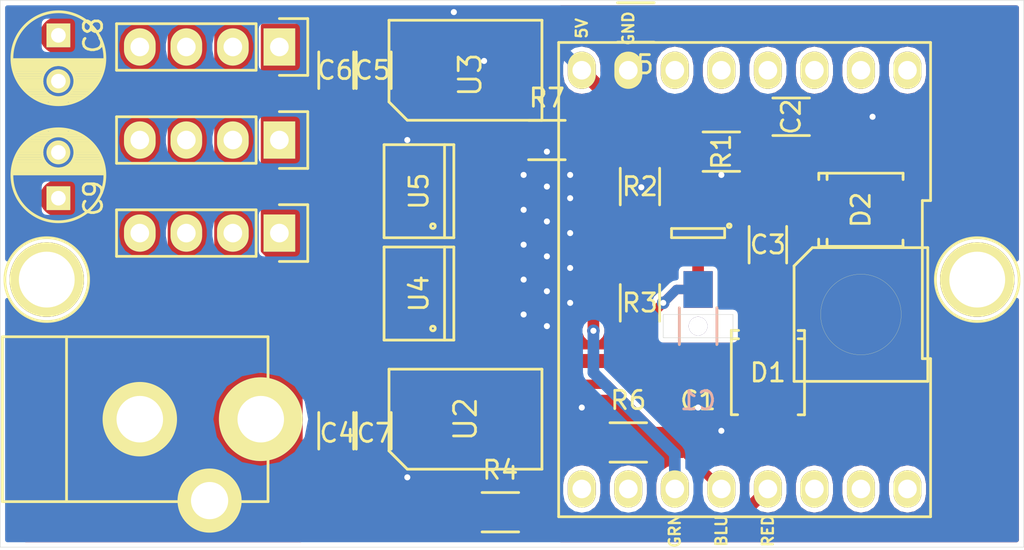
<source format=kicad_pcb>
(kicad_pcb (version 4) (host pcbnew 4.0.2-stable)

  (general
    (links 71)
    (no_connects 0)
    (area 97.777299 76.187299 153.682701 106.057701)
    (thickness 1.6)
    (drawings 13)
    (tracks 197)
    (zones 0)
    (modules 33)
    (nets 18)
  )

  (page A4)
  (layers
    (0 F.Cu signal)
    (31 B.Cu signal)
    (36 B.SilkS user)
    (37 F.SilkS user)
    (38 B.Mask user)
    (39 F.Mask user)
    (44 Edge.Cuts user)
  )

  (setup
    (last_trace_width 0.254)
    (user_trace_width 0.2032)
    (user_trace_width 0.508)
    (user_trace_width 0.635)
    (user_trace_width 0.762)
    (user_trace_width 1.27)
    (user_trace_width 1.524)
    (user_trace_width 2.032)
    (user_trace_width 3.048)
    (trace_clearance 0.254)
    (zone_clearance 0.254)
    (zone_45_only no)
    (trace_min 0.1524)
    (segment_width 0.127)
    (edge_width 0.0254)
    (via_size 0.6858)
    (via_drill 0.3302)
    (via_min_size 0.6858)
    (via_min_drill 0.3302)
    (user_via 1.016 0.762)
    (user_via 2.54 1.524)
    (uvia_size 0.508)
    (uvia_drill 0.127)
    (uvias_allowed no)
    (uvia_min_size 0.508)
    (uvia_min_drill 0.127)
    (pcb_text_width 0.127)
    (pcb_text_size 0.6 0.6)
    (mod_edge_width 0.127)
    (mod_text_size 0.6 0.6)
    (mod_text_width 0.127)
    (pad_size 1.016 1.016)
    (pad_drill 1.016)
    (pad_to_mask_clearance 0.05)
    (pad_to_paste_clearance -0.04)
    (aux_axis_origin 0 0)
    (grid_origin 97.79 76.2)
    (visible_elements 7FFEFF7F)
    (pcbplotparams
      (layerselection 0x010f0_80000001)
      (usegerberextensions true)
      (usegerberattributes true)
      (excludeedgelayer true)
      (linewidth 0.127000)
      (plotframeref false)
      (viasonmask false)
      (mode 1)
      (useauxorigin false)
      (hpglpennumber 1)
      (hpglpenspeed 20)
      (hpglpendiameter 15)
      (hpglpenoverlay 2)
      (psnegative false)
      (psa4output false)
      (plotreference true)
      (plotvalue true)
      (plotinvisibletext false)
      (padsonsilk false)
      (subtractmaskfromsilk false)
      (outputformat 1)
      (mirror false)
      (drillshape 0)
      (scaleselection 1)
      (outputdirectory C:/Users/Andrew/Documents/KiCad/Boards/RGB-Controller/Gerbs/))
  )

  (net 0 "")
  (net 1 +24V)
  (net 2 GND)
  (net 3 +5V)
  (net 4 "Net-(C3-Pad1)")
  (net 5 "Net-(C3-Pad2)")
  (net 6 /PWM-Green2)
  (net 7 /PWM-Blue2)
  (net 8 /PWM-Red2)
  (net 9 "Net-(R1-Pad2)")
  (net 10 "Net-(R3-Pad2)")
  (net 11 "Net-(U2-Pad7)")
  (net 12 /PWM-Red)
  (net 13 "Net-(U2-Pad5)")
  (net 14 /PWM-Blue)
  (net 15 /PWM-Green)
  (net 16 "Net-(U3-Pad5)")
  (net 17 "Net-(R5-Pad2)")

  (net_class Default "Dit is de standaard class."
    (clearance 0.254)
    (trace_width 0.254)
    (via_dia 0.6858)
    (via_drill 0.3302)
    (uvia_dia 0.508)
    (uvia_drill 0.127)
    (add_net +24V)
    (add_net +5V)
    (add_net /PWM-Blue)
    (add_net /PWM-Blue2)
    (add_net /PWM-Green)
    (add_net /PWM-Green2)
    (add_net /PWM-Red)
    (add_net /PWM-Red2)
    (add_net GND)
    (add_net "Net-(C3-Pad1)")
    (add_net "Net-(C3-Pad2)")
    (add_net "Net-(R1-Pad2)")
    (add_net "Net-(R3-Pad2)")
    (add_net "Net-(R5-Pad2)")
    (add_net "Net-(U2-Pad5)")
    (add_net "Net-(U2-Pad7)")
    (add_net "Net-(U3-Pad5)")
  )

  (net_class 0.2mm ""
    (clearance 0.2)
    (trace_width 0.2)
    (via_dia 0.6858)
    (via_drill 0.3302)
    (uvia_dia 0.508)
    (uvia_drill 0.127)
  )

  (net_class Minimal ""
    (clearance 0.1524)
    (trace_width 0.1524)
    (via_dia 0.6858)
    (via_drill 0.3302)
    (uvia_dia 0.508)
    (uvia_drill 0.127)
  )

  (module Capacitors_SMD:C_1206_HandSoldering (layer F.Cu) (tedit 57260061) (tstamp 5709149B)
    (at 139.7 89.535 270)
    (descr "Capacitor SMD 1206, hand soldering")
    (tags "capacitor 1206")
    (path /57090E18)
    (attr smd)
    (fp_text reference C3 (at 0 0 360) (layer F.SilkS)
      (effects (font (size 1 1) (thickness 0.15)))
    )
    (fp_text value 22nF (at 0 2.3 270) (layer F.Fab)
      (effects (font (size 1 1) (thickness 0.15)))
    )
    (fp_line (start -3.3 -1.15) (end 3.3 -1.15) (layer F.CrtYd) (width 0.05))
    (fp_line (start -3.3 1.15) (end 3.3 1.15) (layer F.CrtYd) (width 0.05))
    (fp_line (start -3.3 -1.15) (end -3.3 1.15) (layer F.CrtYd) (width 0.05))
    (fp_line (start 3.3 -1.15) (end 3.3 1.15) (layer F.CrtYd) (width 0.05))
    (fp_line (start 1 -1.025) (end -1 -1.025) (layer F.SilkS) (width 0.15))
    (fp_line (start -1 1.025) (end 1 1.025) (layer F.SilkS) (width 0.15))
    (pad 1 smd rect (at -2 0 270) (size 2 1.6) (layers F.Cu F.Mask)
      (net 4 "Net-(C3-Pad1)"))
    (pad 2 smd rect (at 2 0 270) (size 2 1.6) (layers F.Cu F.Mask)
      (net 5 "Net-(C3-Pad2)"))
    (model Capacitors_SMD.3dshapes/C_1206_HandSoldering.wrl
      (at (xyz 0 0 0))
      (scale (xyz 1 1 1))
      (rotate (xyz 0 0 0))
    )
  )

  (module Capacitors_SMD:C_1206_HandSoldering (layer B.Cu) (tedit 572462B0) (tstamp 572516F0)
    (at 135.89 93.98 270)
    (descr "Capacitor SMD 1206, hand soldering")
    (tags "capacitor 1206")
    (path /57090919)
    (attr smd)
    (fp_text reference C1 (at 4.064 0 540) (layer B.SilkS)
      (effects (font (size 1 1) (thickness 0.15)) (justify mirror))
    )
    (fp_text value 10UF (at 0 -2.3 270) (layer B.Fab)
      (effects (font (size 1 1) (thickness 0.15)) (justify mirror))
    )
    (fp_line (start -3.3 1.15) (end 3.3 1.15) (layer B.CrtYd) (width 0.05))
    (fp_line (start -3.3 -1.15) (end 3.3 -1.15) (layer B.CrtYd) (width 0.05))
    (fp_line (start -3.3 1.15) (end -3.3 -1.15) (layer B.CrtYd) (width 0.05))
    (fp_line (start 3.3 1.15) (end 3.3 -1.15) (layer B.CrtYd) (width 0.05))
    (fp_line (start 1 1.025) (end -1 1.025) (layer B.SilkS) (width 0.15))
    (fp_line (start -1 -1.025) (end 1 -1.025) (layer B.SilkS) (width 0.15))
    (pad 1 smd rect (at -2 0 270) (size 2 1.6) (layers B.Cu B.Mask)
      (net 1 +24V))
    (pad 2 smd rect (at 2 0 270) (size 2 1.6) (layers B.Cu B.Mask)
      (net 2 GND))
    (model Capacitors_SMD.3dshapes/C_1206_HandSoldering.wrl
      (at (xyz 0 0 0))
      (scale (xyz 1 1 1))
      (rotate (xyz 0 0 0))
    )
  )

  (module Connect:1pin (layer F.Cu) (tedit 57251665) (tstamp 572515C2)
    (at 135.89 93.98)
    (descr "module 1 pin (ou trou mecanique de percage)")
    (tags DEV)
    (fp_text reference REF** (at 0 -3.048) (layer F.SilkS) hide
      (effects (font (size 1 1) (thickness 0.15)))
    )
    (fp_text value 1pin (at 0 2.794) (layer F.Fab)
      (effects (font (size 1 1) (thickness 0.15)))
    )
    (pad "" thru_hole circle (at 0 0) (size 1.016 1.016) (drill 1.016) (layers *.Cu))
  )

  (module Diodes_SMD:SMB_Standard (layer F.Cu) (tedit 57260080) (tstamp 570914C1)
    (at 139.7 96.52 270)
    (descr "Diode SMB Standard")
    (tags "Diode SMB Standard")
    (path /570914E4)
    (attr smd)
    (fp_text reference D1 (at 0 0 360) (layer F.SilkS)
      (effects (font (size 1 1) (thickness 0.15)))
    )
    (fp_text value B230A-13-F (at 0.05 4.7 270) (layer F.Fab)
      (effects (font (size 1 1) (thickness 0.15)))
    )
    (fp_line (start -3.65 -2.25) (end 3.65 -2.25) (layer F.CrtYd) (width 0.05))
    (fp_line (start 3.65 -2.25) (end 3.65 2.25) (layer F.CrtYd) (width 0.05))
    (fp_line (start 3.65 2.25) (end -3.65 2.25) (layer F.CrtYd) (width 0.05))
    (fp_line (start -3.65 2.25) (end -3.65 -2.25) (layer F.CrtYd) (width 0.05))
    (fp_line (start -2.30632 1.8) (end -2.30632 1.6002) (layer F.SilkS) (width 0.15))
    (fp_line (start -1.84928 1.75) (end -1.84928 1.601) (layer F.SilkS) (width 0.15))
    (fp_line (start 2.29616 1.8) (end 2.29616 1.651) (layer F.SilkS) (width 0.15))
    (fp_line (start -2.30124 -1.8) (end -2.30124 -1.651) (layer F.SilkS) (width 0.15))
    (fp_line (start -1.84928 -1.8) (end -1.84928 -1.651) (layer F.SilkS) (width 0.15))
    (fp_line (start 2.30124 -1.8) (end 2.30124 -1.651) (layer F.SilkS) (width 0.15))
    (fp_circle (center 0 0) (end 0.44958 0.09906) (layer F.Adhes) (width 0.381))
    (fp_circle (center 0 0) (end 0.20066 0.09906) (layer F.Adhes) (width 0.381))
    (fp_line (start -1.84928 1.94898) (end -1.84928 1.75086) (layer F.SilkS) (width 0.15))
    (fp_line (start -1.84928 -1.99898) (end -1.84928 -1.80086) (layer F.SilkS) (width 0.15))
    (fp_line (start 2.29616 1.99644) (end 2.29616 1.79832) (layer F.SilkS) (width 0.15))
    (fp_line (start -2.30632 1.99644) (end 2.29616 1.99644) (layer F.SilkS) (width 0.15))
    (fp_line (start -2.30632 1.99644) (end -2.30632 1.79832) (layer F.SilkS) (width 0.15))
    (fp_line (start -2.30124 -1.99898) (end -2.30124 -1.80086) (layer F.SilkS) (width 0.15))
    (fp_line (start -2.30124 -1.99898) (end 2.30124 -1.99898) (layer F.SilkS) (width 0.15))
    (fp_line (start 2.30124 -1.99898) (end 2.30124 -1.80086) (layer F.SilkS) (width 0.15))
    (pad 1 smd rect (at -2.14884 0 270) (size 2.49936 2.30124) (layers F.Cu F.Mask)
      (net 5 "Net-(C3-Pad2)"))
    (pad 2 smd rect (at 2.14884 0 270) (size 2.49936 2.30124) (layers F.Cu F.Mask)
      (net 2 GND))
    (model Diodes_SMD.3dshapes/SMB_Standard.wrl
      (at (xyz 0 0 0))
      (scale (xyz 0.3937 0.3937 0.3937))
      (rotate (xyz 0 0 180))
    )
  )

  (module AJGFEET:WemosD1MiniFeet (layer F.Cu) (tedit 572462FB) (tstamp 570915AA)
    (at 138.43 91.44 180)
    (path /5708BCC2)
    (fp_text reference U6 (at 0 -6.858 270) (layer F.SilkS) hide
      (effects (font (size 1.2 1.2) (thickness 0.15)))
    )
    (fp_text value WemosD1Mini (at 0 0 180) (layer F.Fab) hide
      (effects (font (size 1.2 1.2) (thickness 0.15)))
    )
    (fp_line (start -10.152 12.946) (end 10.152 12.946) (layer F.SilkS) (width 0.15))
    (fp_line (start 10.152 12.946) (end 10.152 -12.946) (layer F.SilkS) (width 0.15))
    (fp_line (start 10.152 -12.946) (end -10.152 -12.946) (layer F.SilkS) (width 0.15))
    (fp_line (start -10.152 -12.946) (end -10.152 -4.315333) (layer F.SilkS) (width 0.15))
    (fp_line (start -10.152 -4.315333) (end -9.702 -4.315333) (layer F.SilkS) (width 0.15))
    (fp_line (start -9.702 -4.315333) (end -9.702 4.315333) (layer F.SilkS) (width 0.15))
    (fp_line (start -9.702 4.315333) (end -10.152 4.315333) (layer F.SilkS) (width 0.15))
    (fp_line (start -10.152 4.315333) (end -10.152 12.946) (layer F.SilkS) (width 0.15))
    (pad 16 thru_hole oval (at -8.89 -11.43 180) (size 1.524 2.032) (drill 1.016) (layers *.Cu *.Mask F.SilkS))
    (pad 1 thru_hole oval (at -8.89 11.43 180) (size 1.524 2.032) (drill 1.016) (layers *.Cu *.Mask F.SilkS))
    (pad 15 thru_hole oval (at -6.35 -11.43 180) (size 1.524 2.032) (drill 1.016) (layers *.Cu *.Mask F.SilkS))
    (pad 2 thru_hole oval (at -6.35 11.43 180) (size 1.524 2.032) (drill 1.016) (layers *.Cu *.Mask F.SilkS))
    (pad 14 thru_hole oval (at -3.81 -11.43 180) (size 1.524 2.032) (drill 1.016) (layers *.Cu *.Mask F.SilkS))
    (pad 3 thru_hole oval (at -3.81 11.43 180) (size 1.524 2.032) (drill 1.016) (layers *.Cu *.Mask F.SilkS))
    (pad 13 thru_hole oval (at -1.27 -11.43 180) (size 1.524 2.032) (drill 1.016) (layers *.Cu *.Mask F.SilkS)
      (net 12 /PWM-Red))
    (pad 4 thru_hole oval (at -1.27 11.43 180) (size 1.524 2.032) (drill 1.016) (layers *.Cu *.Mask F.SilkS))
    (pad 12 thru_hole oval (at 1.27 -11.43 180) (size 1.524 2.032) (drill 1.016) (layers *.Cu *.Mask F.SilkS)
      (net 14 /PWM-Blue))
    (pad 5 thru_hole oval (at 1.27 11.43 180) (size 1.524 2.032) (drill 1.016) (layers *.Cu *.Mask F.SilkS))
    (pad 11 thru_hole oval (at 3.81 -11.43 180) (size 1.524 2.032) (drill 1.016) (layers *.Cu *.Mask F.SilkS)
      (net 15 /PWM-Green))
    (pad 6 thru_hole oval (at 3.81 11.43 180) (size 1.524 2.032) (drill 1.016) (layers *.Cu *.Mask F.SilkS))
    (pad 10 thru_hole oval (at 6.35 -11.43 180) (size 1.524 2.032) (drill 1.016) (layers *.Cu *.Mask F.SilkS))
    (pad 7 thru_hole oval (at 6.35 11.43 180) (size 1.524 2.032) (drill 1.016) (layers *.Cu *.Mask F.SilkS)
      (net 2 GND))
    (pad 9 thru_hole oval (at 8.89 -11.43 180) (size 1.524 2.032) (drill 1.016) (layers *.Cu *.Mask F.SilkS))
    (pad 8 thru_hole oval (at 8.89 11.43 180) (size 1.524 2.032) (drill 1.016) (layers *.Cu *.Mask F.SilkS)
      (net 3 +5V))
  )

  (module Capacitors_SMD:C_1206_HandSoldering (layer F.Cu) (tedit 57260069) (tstamp 57091495)
    (at 140.97 82.55)
    (descr "Capacitor SMD 1206, hand soldering")
    (tags "capacitor 1206")
    (path /57090DBB)
    (attr smd)
    (fp_text reference C2 (at 0 0 90) (layer F.SilkS)
      (effects (font (size 1 1) (thickness 0.15)))
    )
    (fp_text value 22uF (at 0 2.3) (layer F.Fab)
      (effects (font (size 1 1) (thickness 0.15)))
    )
    (fp_line (start -3.3 -1.15) (end 3.3 -1.15) (layer F.CrtYd) (width 0.05))
    (fp_line (start -3.3 1.15) (end 3.3 1.15) (layer F.CrtYd) (width 0.05))
    (fp_line (start -3.3 -1.15) (end -3.3 1.15) (layer F.CrtYd) (width 0.05))
    (fp_line (start 3.3 -1.15) (end 3.3 1.15) (layer F.CrtYd) (width 0.05))
    (fp_line (start 1 -1.025) (end -1 -1.025) (layer F.SilkS) (width 0.15))
    (fp_line (start -1 1.025) (end 1 1.025) (layer F.SilkS) (width 0.15))
    (pad 1 smd rect (at -2 0) (size 2 1.6) (layers F.Cu F.Mask)
      (net 3 +5V))
    (pad 2 smd rect (at 2 0) (size 2 1.6) (layers F.Cu F.Mask)
      (net 2 GND))
    (model Capacitors_SMD.3dshapes/C_1206_HandSoldering.wrl
      (at (xyz 0 0 0))
      (scale (xyz 1 1 1))
      (rotate (xyz 0 0 0))
    )
  )

  (module Connect:1pin (layer F.Cu) (tedit 57196EAD) (tstamp 57096746)
    (at 151.13 91.44)
    (descr "module 1 pin (ou trou mecanique de percage)")
    (tags DEV)
    (fp_text reference REF** (at 0 -3.048) (layer F.SilkS) hide
      (effects (font (size 1 1) (thickness 0.15)))
    )
    (fp_text value 1pin (at 0 2.794) (layer F.Fab)
      (effects (font (size 1 1) (thickness 0.15)))
    )
    (fp_circle (center 0 0) (end 0 -2.286) (layer F.SilkS) (width 0.15))
    (pad 1 thru_hole circle (at 0 0) (size 4.064 4.064) (drill 3.048) (layers *.Cu *.Mask F.SilkS))
  )

  (module Capacitors_SMD:C_1206_HandSoldering (layer F.Cu) (tedit 572462B0) (tstamp 5709148F)
    (at 135.89 93.98 270)
    (descr "Capacitor SMD 1206, hand soldering")
    (tags "capacitor 1206")
    (path /57090919)
    (attr smd)
    (fp_text reference C1 (at 4.064 0 360) (layer F.SilkS)
      (effects (font (size 1 1) (thickness 0.15)))
    )
    (fp_text value 10UF (at 0 2.3 270) (layer F.Fab)
      (effects (font (size 1 1) (thickness 0.15)))
    )
    (fp_line (start -3.3 -1.15) (end 3.3 -1.15) (layer F.CrtYd) (width 0.05))
    (fp_line (start -3.3 1.15) (end 3.3 1.15) (layer F.CrtYd) (width 0.05))
    (fp_line (start -3.3 -1.15) (end -3.3 1.15) (layer F.CrtYd) (width 0.05))
    (fp_line (start 3.3 -1.15) (end 3.3 1.15) (layer F.CrtYd) (width 0.05))
    (fp_line (start 1 -1.025) (end -1 -1.025) (layer F.SilkS) (width 0.15))
    (fp_line (start -1 1.025) (end 1 1.025) (layer F.SilkS) (width 0.15))
    (pad 1 smd rect (at -2 0 270) (size 2 1.6) (layers F.Cu F.Mask)
      (net 1 +24V))
    (pad 2 smd rect (at 2 0 270) (size 2 1.6) (layers F.Cu F.Mask)
      (net 2 GND))
    (model Capacitors_SMD.3dshapes/C_1206_HandSoldering.wrl
      (at (xyz 0 0 0))
      (scale (xyz 1 1 1))
      (rotate (xyz 0 0 0))
    )
  )

  (module AJGFEET:Inductor (layer F.Cu) (tedit 572462C7) (tstamp 570914DC)
    (at 144.78 93.345)
    (path /570911D9)
    (fp_text reference L1 (at 0 4.85) (layer F.SilkS) hide
      (effects (font (size 1.2 1.2) (thickness 0.15)))
    )
    (fp_text value INDUCTOR_SMALL (at 0 -4.85) (layer F.Fab)
      (effects (font (size 1.2 1.2) (thickness 0.15)))
    )
    (fp_circle (center 0 0) (end 0 2.2) (layer F.SilkS) (width 0.01))
    (fp_line (start -2.65 -3.65) (end -3.65 -2.65) (layer F.SilkS) (width 0.15))
    (fp_line (start -3.65 -2.65) (end -3.65 3.65) (layer F.SilkS) (width 0.15))
    (fp_line (start -3.65 3.65) (end 3.65 3.65) (layer F.SilkS) (width 0.15))
    (fp_line (start 3.65 3.65) (end 3.65 -3.65) (layer F.SilkS) (width 0.15))
    (fp_line (start 3.65 -3.65) (end -2.65 -3.65) (layer F.SilkS) (width 0.15))
    (pad 1 smd rect (at -2.05 0) (size 2.2 6.3) (layers F.Cu F.Mask)
      (net 5 "Net-(C3-Pad2)"))
    (pad 2 smd rect (at 2.05 0) (size 2.2 6.3) (layers F.Cu F.Mask)
      (net 3 +5V))
  )

  (module Pin_Headers:Pin_Header_Straight_1x04 (layer F.Cu) (tedit 5724636B) (tstamp 570914EF)
    (at 113.03 78.74 270)
    (descr "Through hole pin header")
    (tags "pin header")
    (path /5708C3A0)
    (fp_text reference P1 (at 2.54 -0.508 360) (layer F.SilkS) hide
      (effects (font (size 1 1) (thickness 0.15)))
    )
    (fp_text value CONN_01X04 (at 0 -3.1 270) (layer F.Fab)
      (effects (font (size 1 1) (thickness 0.15)))
    )
    (fp_line (start -1.75 -1.75) (end -1.75 9.4) (layer F.CrtYd) (width 0.05))
    (fp_line (start 1.75 -1.75) (end 1.75 9.4) (layer F.CrtYd) (width 0.05))
    (fp_line (start -1.75 -1.75) (end 1.75 -1.75) (layer F.CrtYd) (width 0.05))
    (fp_line (start -1.75 9.4) (end 1.75 9.4) (layer F.CrtYd) (width 0.05))
    (fp_line (start -1.27 1.27) (end -1.27 8.89) (layer F.SilkS) (width 0.15))
    (fp_line (start 1.27 1.27) (end 1.27 8.89) (layer F.SilkS) (width 0.15))
    (fp_line (start 1.55 -1.55) (end 1.55 0) (layer F.SilkS) (width 0.15))
    (fp_line (start -1.27 8.89) (end 1.27 8.89) (layer F.SilkS) (width 0.15))
    (fp_line (start 1.27 1.27) (end -1.27 1.27) (layer F.SilkS) (width 0.15))
    (fp_line (start -1.55 0) (end -1.55 -1.55) (layer F.SilkS) (width 0.15))
    (fp_line (start -1.55 -1.55) (end 1.55 -1.55) (layer F.SilkS) (width 0.15))
    (pad 1 thru_hole rect (at 0 0 270) (size 2.032 1.7272) (drill 1.016) (layers *.Cu *.Mask F.SilkS)
      (net 6 /PWM-Green2))
    (pad 2 thru_hole oval (at 0 2.54 270) (size 2.032 1.7272) (drill 1.016) (layers *.Cu *.Mask F.SilkS)
      (net 7 /PWM-Blue2))
    (pad 3 thru_hole oval (at 0 5.08 270) (size 2.032 1.7272) (drill 1.016) (layers *.Cu *.Mask F.SilkS)
      (net 8 /PWM-Red2))
    (pad 4 thru_hole oval (at 0 7.62 270) (size 2.032 1.7272) (drill 1.016) (layers *.Cu *.Mask F.SilkS)
      (net 1 +24V))
    (model Pin_Headers.3dshapes/Pin_Header_Straight_1x04.wrl
      (at (xyz 0 -0.15 0))
      (scale (xyz 1 1 1))
      (rotate (xyz 0 0 90))
    )
  )

  (module Pin_Headers:Pin_Header_Straight_1x04 (layer F.Cu) (tedit 5724636F) (tstamp 57091502)
    (at 113.03 83.82 270)
    (descr "Through hole pin header")
    (tags "pin header")
    (path /57097995)
    (fp_text reference P2 (at 0 -5.1 270) (layer F.SilkS) hide
      (effects (font (size 1 1) (thickness 0.15)))
    )
    (fp_text value CONN_01X04 (at 0 -3.1 270) (layer F.Fab)
      (effects (font (size 1 1) (thickness 0.15)))
    )
    (fp_line (start -1.75 -1.75) (end -1.75 9.4) (layer F.CrtYd) (width 0.05))
    (fp_line (start 1.75 -1.75) (end 1.75 9.4) (layer F.CrtYd) (width 0.05))
    (fp_line (start -1.75 -1.75) (end 1.75 -1.75) (layer F.CrtYd) (width 0.05))
    (fp_line (start -1.75 9.4) (end 1.75 9.4) (layer F.CrtYd) (width 0.05))
    (fp_line (start -1.27 1.27) (end -1.27 8.89) (layer F.SilkS) (width 0.15))
    (fp_line (start 1.27 1.27) (end 1.27 8.89) (layer F.SilkS) (width 0.15))
    (fp_line (start 1.55 -1.55) (end 1.55 0) (layer F.SilkS) (width 0.15))
    (fp_line (start -1.27 8.89) (end 1.27 8.89) (layer F.SilkS) (width 0.15))
    (fp_line (start 1.27 1.27) (end -1.27 1.27) (layer F.SilkS) (width 0.15))
    (fp_line (start -1.55 0) (end -1.55 -1.55) (layer F.SilkS) (width 0.15))
    (fp_line (start -1.55 -1.55) (end 1.55 -1.55) (layer F.SilkS) (width 0.15))
    (pad 1 thru_hole rect (at 0 0 270) (size 2.032 1.7272) (drill 1.016) (layers *.Cu *.Mask F.SilkS)
      (net 6 /PWM-Green2))
    (pad 2 thru_hole oval (at 0 2.54 270) (size 2.032 1.7272) (drill 1.016) (layers *.Cu *.Mask F.SilkS)
      (net 7 /PWM-Blue2))
    (pad 3 thru_hole oval (at 0 5.08 270) (size 2.032 1.7272) (drill 1.016) (layers *.Cu *.Mask F.SilkS)
      (net 8 /PWM-Red2))
    (pad 4 thru_hole oval (at 0 7.62 270) (size 2.032 1.7272) (drill 1.016) (layers *.Cu *.Mask F.SilkS)
      (net 1 +24V))
    (model Pin_Headers.3dshapes/Pin_Header_Straight_1x04.wrl
      (at (xyz 0 -0.15 0))
      (scale (xyz 1 1 1))
      (rotate (xyz 0 0 90))
    )
  )

  (module Pin_Headers:Pin_Header_Straight_1x04 (layer F.Cu) (tedit 57246373) (tstamp 57091515)
    (at 113.03 88.9 270)
    (descr "Through hole pin header")
    (tags "pin header")
    (path /570977DF)
    (fp_text reference P3 (at 0 -5.1 270) (layer F.SilkS) hide
      (effects (font (size 1 1) (thickness 0.15)))
    )
    (fp_text value CONN_01X04 (at 0 -3.1 270) (layer F.Fab)
      (effects (font (size 1 1) (thickness 0.15)))
    )
    (fp_line (start -1.75 -1.75) (end -1.75 9.4) (layer F.CrtYd) (width 0.05))
    (fp_line (start 1.75 -1.75) (end 1.75 9.4) (layer F.CrtYd) (width 0.05))
    (fp_line (start -1.75 -1.75) (end 1.75 -1.75) (layer F.CrtYd) (width 0.05))
    (fp_line (start -1.75 9.4) (end 1.75 9.4) (layer F.CrtYd) (width 0.05))
    (fp_line (start -1.27 1.27) (end -1.27 8.89) (layer F.SilkS) (width 0.15))
    (fp_line (start 1.27 1.27) (end 1.27 8.89) (layer F.SilkS) (width 0.15))
    (fp_line (start 1.55 -1.55) (end 1.55 0) (layer F.SilkS) (width 0.15))
    (fp_line (start -1.27 8.89) (end 1.27 8.89) (layer F.SilkS) (width 0.15))
    (fp_line (start 1.27 1.27) (end -1.27 1.27) (layer F.SilkS) (width 0.15))
    (fp_line (start -1.55 0) (end -1.55 -1.55) (layer F.SilkS) (width 0.15))
    (fp_line (start -1.55 -1.55) (end 1.55 -1.55) (layer F.SilkS) (width 0.15))
    (pad 1 thru_hole rect (at 0 0 270) (size 2.032 1.7272) (drill 1.016) (layers *.Cu *.Mask F.SilkS)
      (net 6 /PWM-Green2))
    (pad 2 thru_hole oval (at 0 2.54 270) (size 2.032 1.7272) (drill 1.016) (layers *.Cu *.Mask F.SilkS)
      (net 7 /PWM-Blue2))
    (pad 3 thru_hole oval (at 0 5.08 270) (size 2.032 1.7272) (drill 1.016) (layers *.Cu *.Mask F.SilkS)
      (net 8 /PWM-Red2))
    (pad 4 thru_hole oval (at 0 7.62 270) (size 2.032 1.7272) (drill 1.016) (layers *.Cu *.Mask F.SilkS)
      (net 1 +24V))
    (model Pin_Headers.3dshapes/Pin_Header_Straight_1x04.wrl
      (at (xyz 0 -0.15 0))
      (scale (xyz 1 1 1))
      (rotate (xyz 0 0 90))
    )
  )

  (module Resistors_SMD:R_1206_HandSoldering (layer F.Cu) (tedit 5726006D) (tstamp 57091521)
    (at 137.16 84.455 180)
    (descr "Resistor SMD 1206, hand soldering")
    (tags "resistor 1206")
    (path /57090D37)
    (attr smd)
    (fp_text reference R1 (at 0 0 270) (layer F.SilkS)
      (effects (font (size 1 1) (thickness 0.15)))
    )
    (fp_text value 49.9k (at 0 2.3 180) (layer F.Fab)
      (effects (font (size 1 1) (thickness 0.15)))
    )
    (fp_line (start -3.3 -1.2) (end 3.3 -1.2) (layer F.CrtYd) (width 0.05))
    (fp_line (start -3.3 1.2) (end 3.3 1.2) (layer F.CrtYd) (width 0.05))
    (fp_line (start -3.3 -1.2) (end -3.3 1.2) (layer F.CrtYd) (width 0.05))
    (fp_line (start 3.3 -1.2) (end 3.3 1.2) (layer F.CrtYd) (width 0.05))
    (fp_line (start 1 1.075) (end -1 1.075) (layer F.SilkS) (width 0.15))
    (fp_line (start -1 -1.075) (end 1 -1.075) (layer F.SilkS) (width 0.15))
    (pad 1 smd rect (at -2 0 180) (size 2 1.7) (layers F.Cu F.Mask)
      (net 3 +5V))
    (pad 2 smd rect (at 2 0 180) (size 2 1.7) (layers F.Cu F.Mask)
      (net 9 "Net-(R1-Pad2)"))
    (model Resistors_SMD.3dshapes/R_1206_HandSoldering.wrl
      (at (xyz 0 0 0))
      (scale (xyz 1 1 1))
      (rotate (xyz 0 0 0))
    )
  )

  (module Resistors_SMD:R_1206_HandSoldering (layer F.Cu) (tedit 57260072) (tstamp 5709152D)
    (at 132.715 86.36 90)
    (descr "Resistor SMD 1206, hand soldering")
    (tags "resistor 1206")
    (path /57090CE6)
    (attr smd)
    (fp_text reference R2 (at 0 0 360) (layer F.SilkS)
      (effects (font (size 1 1) (thickness 0.15)))
    )
    (fp_text value 9.53k (at 0 2.3 90) (layer F.Fab)
      (effects (font (size 1 1) (thickness 0.15)))
    )
    (fp_line (start -3.3 -1.2) (end 3.3 -1.2) (layer F.CrtYd) (width 0.05))
    (fp_line (start -3.3 1.2) (end 3.3 1.2) (layer F.CrtYd) (width 0.05))
    (fp_line (start -3.3 -1.2) (end -3.3 1.2) (layer F.CrtYd) (width 0.05))
    (fp_line (start 3.3 -1.2) (end 3.3 1.2) (layer F.CrtYd) (width 0.05))
    (fp_line (start 1 1.075) (end -1 1.075) (layer F.SilkS) (width 0.15))
    (fp_line (start -1 -1.075) (end 1 -1.075) (layer F.SilkS) (width 0.15))
    (pad 1 smd rect (at -2 0 90) (size 2 1.7) (layers F.Cu F.Mask)
      (net 9 "Net-(R1-Pad2)"))
    (pad 2 smd rect (at 2 0 90) (size 2 1.7) (layers F.Cu F.Mask)
      (net 2 GND))
    (model Resistors_SMD.3dshapes/R_1206_HandSoldering.wrl
      (at (xyz 0 0 0))
      (scale (xyz 1 1 1))
      (rotate (xyz 0 0 0))
    )
  )

  (module Resistors_SMD:R_1206_HandSoldering (layer F.Cu) (tedit 57260085) (tstamp 57091539)
    (at 132.715 92.71 90)
    (descr "Resistor SMD 1206, hand soldering")
    (tags "resistor 1206")
    (path /57090C60)
    (attr smd)
    (fp_text reference R3 (at 0 0 180) (layer F.SilkS)
      (effects (font (size 1 1) (thickness 0.15)))
    )
    (fp_text value 100k (at 0 2.3 90) (layer F.Fab)
      (effects (font (size 1 1) (thickness 0.15)))
    )
    (fp_line (start -3.3 -1.2) (end 3.3 -1.2) (layer F.CrtYd) (width 0.05))
    (fp_line (start -3.3 1.2) (end 3.3 1.2) (layer F.CrtYd) (width 0.05))
    (fp_line (start -3.3 -1.2) (end -3.3 1.2) (layer F.CrtYd) (width 0.05))
    (fp_line (start 3.3 -1.2) (end 3.3 1.2) (layer F.CrtYd) (width 0.05))
    (fp_line (start 1 1.075) (end -1 1.075) (layer F.SilkS) (width 0.15))
    (fp_line (start -1 -1.075) (end 1 -1.075) (layer F.SilkS) (width 0.15))
    (pad 1 smd rect (at -2 0 90) (size 2 1.7) (layers F.Cu F.Mask)
      (net 1 +24V))
    (pad 2 smd rect (at 2 0 90) (size 2 1.7) (layers F.Cu F.Mask)
      (net 10 "Net-(R3-Pad2)"))
    (model Resistors_SMD.3dshapes/R_1206_HandSoldering.wrl
      (at (xyz 0 0 0))
      (scale (xyz 1 1 1))
      (rotate (xyz 0 0 0))
    )
  )

  (module TO_SOT_Packages_SMD:SOT-23-6 (layer F.Cu) (tedit 57246294) (tstamp 57091548)
    (at 135.89 88.9 270)
    (descr "6-pin SOT-23 package")
    (tags SOT-23-6)
    (path /57090731)
    (attr smd)
    (fp_text reference U1 (at 0 -2.9 270) (layer F.SilkS) hide
      (effects (font (size 1 1) (thickness 0.15)))
    )
    (fp_text value MP2359-BuckReg (at 0 2.9 270) (layer F.Fab)
      (effects (font (size 1 1) (thickness 0.15)))
    )
    (fp_circle (center -0.4 -1.7) (end -0.3 -1.7) (layer F.SilkS) (width 0.15))
    (fp_line (start 0.25 -1.45) (end -0.25 -1.45) (layer F.SilkS) (width 0.15))
    (fp_line (start 0.25 1.45) (end 0.25 -1.45) (layer F.SilkS) (width 0.15))
    (fp_line (start -0.25 1.45) (end 0.25 1.45) (layer F.SilkS) (width 0.15))
    (fp_line (start -0.25 -1.45) (end -0.25 1.45) (layer F.SilkS) (width 0.15))
    (pad 1 smd rect (at -1.1 -0.95 270) (size 1.06 0.65) (layers F.Cu F.Mask)
      (net 4 "Net-(C3-Pad1)"))
    (pad 2 smd rect (at -1.1 0 270) (size 1.06 0.65) (layers F.Cu F.Mask)
      (net 2 GND))
    (pad 3 smd rect (at -1.1 0.95 270) (size 1.06 0.65) (layers F.Cu F.Mask)
      (net 9 "Net-(R1-Pad2)"))
    (pad 4 smd rect (at 1.1 0.95 270) (size 1.06 0.65) (layers F.Cu F.Mask)
      (net 10 "Net-(R3-Pad2)"))
    (pad 6 smd rect (at 1.1 -0.95 270) (size 1.06 0.65) (layers F.Cu F.Mask)
      (net 5 "Net-(C3-Pad2)"))
    (pad 5 smd rect (at 1.1 0 270) (size 1.06 0.65) (layers F.Cu F.Mask)
      (net 1 +24V))
    (model TO_SOT_Packages_SMD.3dshapes/SOT-23-6.wrl
      (at (xyz 0 0 0))
      (scale (xyz 1 1 1))
      (rotate (xyz 0 0 0))
    )
  )

  (module AJGFEET:IX4427Feet (layer F.Cu) (tedit 57246394) (tstamp 57091559)
    (at 123.19 99.06 90)
    (path /5708C111)
    (fp_text reference U2 (at 0 0 270) (layer F.SilkS)
      (effects (font (size 1.2 1.2) (thickness 0.15)))
    )
    (fp_text value IX4427-MosfetDriver (at 0 0 90) (layer F.Fab) hide
      (effects (font (size 1.2 1.2) (thickness 0.15)))
    )
    (fp_line (start -1.73 -4.175) (end -2.73 -3.175) (layer F.SilkS) (width 0.15))
    (fp_line (start -2.73 -3.175) (end -2.73 4.175) (layer F.SilkS) (width 0.15))
    (fp_line (start -2.73 4.175) (end 2.73 4.175) (layer F.SilkS) (width 0.15))
    (fp_line (start 2.73 4.175) (end 2.73 -4.175) (layer F.SilkS) (width 0.15))
    (fp_line (start 2.73 -4.175) (end -1.73 -4.175) (layer F.SilkS) (width 0.15))
    (pad 8 smd rect (at -1.905 -2.8 90) (size 0.65 1.75) (layers F.Cu F.Mask))
    (pad 1 smd rect (at -1.905 2.8 90) (size 0.65 1.75) (layers F.Cu F.Mask))
    (pad 7 smd rect (at -0.635 -2.8 90) (size 0.65 1.75) (layers F.Cu F.Mask)
      (net 11 "Net-(U2-Pad7)"))
    (pad 2 smd rect (at -0.635 2.8 90) (size 0.65 1.75) (layers F.Cu F.Mask)
      (net 12 /PWM-Red))
    (pad 6 smd rect (at 0.635 -2.8 90) (size 0.65 1.75) (layers F.Cu F.Mask)
      (net 3 +5V))
    (pad 3 smd rect (at 0.635 2.8 90) (size 0.65 1.75) (layers F.Cu F.Mask)
      (net 2 GND))
    (pad 5 smd rect (at 1.905 -2.8 90) (size 0.65 1.75) (layers F.Cu F.Mask)
      (net 13 "Net-(U2-Pad5)"))
    (pad 4 smd rect (at 1.905 2.8 90) (size 0.65 1.75) (layers F.Cu F.Mask)
      (net 14 /PWM-Blue))
  )

  (module AJGFEET:IX4427Feet (layer F.Cu) (tedit 5724638F) (tstamp 5709156A)
    (at 123.19 80.01 90)
    (path /57095BAD)
    (fp_text reference U3 (at -0.254 0.254 270) (layer F.SilkS)
      (effects (font (size 1.2 1.2) (thickness 0.15)))
    )
    (fp_text value IX4427-MosfetDriver (at -1.27 5.715 90) (layer F.Fab) hide
      (effects (font (size 1.2 1.2) (thickness 0.15)))
    )
    (fp_line (start -1.73 -4.175) (end -2.73 -3.175) (layer F.SilkS) (width 0.15))
    (fp_line (start -2.73 -3.175) (end -2.73 4.175) (layer F.SilkS) (width 0.15))
    (fp_line (start -2.73 4.175) (end 2.73 4.175) (layer F.SilkS) (width 0.15))
    (fp_line (start 2.73 4.175) (end 2.73 -4.175) (layer F.SilkS) (width 0.15))
    (fp_line (start 2.73 -4.175) (end -1.73 -4.175) (layer F.SilkS) (width 0.15))
    (pad 8 smd rect (at -1.905 -2.8 90) (size 0.65 1.75) (layers F.Cu F.Mask))
    (pad 1 smd rect (at -1.905 2.8 90) (size 0.65 1.75) (layers F.Cu F.Mask))
    (pad 7 smd rect (at -0.635 -2.8 90) (size 0.65 1.75) (layers F.Cu F.Mask))
    (pad 2 smd rect (at -0.635 2.8 90) (size 0.65 1.75) (layers F.Cu F.Mask)
      (net 17 "Net-(R5-Pad2)"))
    (pad 6 smd rect (at 0.635 -2.8 90) (size 0.65 1.75) (layers F.Cu F.Mask)
      (net 3 +5V))
    (pad 3 smd rect (at 0.635 2.8 90) (size 0.65 1.75) (layers F.Cu F.Mask)
      (net 2 GND))
    (pad 5 smd rect (at 1.905 -2.8 90) (size 0.65 1.75) (layers F.Cu F.Mask)
      (net 16 "Net-(U3-Pad5)"))
    (pad 4 smd rect (at 1.905 2.8 90) (size 0.65 1.75) (layers F.Cu F.Mask)
      (net 15 /PWM-Green))
  )

  (module Power_Integrations:SO-8 (layer F.Cu) (tedit 0) (tstamp 5709157C)
    (at 120.65 92.202 90)
    (descr "SO-8 Surface Mount Small Outline 150mil 8pin Package")
    (tags "Power Integrations D Package")
    (path /5708BF29)
    (fp_text reference U4 (at 0 0 90) (layer F.SilkS)
      (effects (font (size 1 1) (thickness 0.15)))
    )
    (fp_text value DMN6040SSD_Mosfet (at 0 0 90) (layer F.Fab)
      (effects (font (size 1 1) (thickness 0.15)))
    )
    (fp_circle (center -1.905 0.762) (end -1.778 0.762) (layer F.SilkS) (width 0.15))
    (fp_line (start -2.54 1.397) (end 2.54 1.397) (layer F.SilkS) (width 0.15))
    (fp_line (start -2.54 -1.905) (end 2.54 -1.905) (layer F.SilkS) (width 0.15))
    (fp_line (start -2.54 1.905) (end 2.54 1.905) (layer F.SilkS) (width 0.15))
    (fp_line (start -2.54 1.905) (end -2.54 -1.905) (layer F.SilkS) (width 0.15))
    (fp_line (start 2.54 1.905) (end 2.54 -1.905) (layer F.SilkS) (width 0.15))
    (pad 1 smd oval (at -1.905 2.794 90) (size 0.6096 1.4732) (layers F.Cu F.Mask)
      (net 2 GND))
    (pad 2 smd oval (at -0.635 2.794 90) (size 0.6096 1.4732) (layers F.Cu F.Mask)
      (net 11 "Net-(U2-Pad7)"))
    (pad 3 smd oval (at 0.635 2.794 90) (size 0.6096 1.4732) (layers F.Cu F.Mask)
      (net 2 GND))
    (pad 4 smd oval (at 1.905 2.794 90) (size 0.6096 1.4732) (layers F.Cu F.Mask)
      (net 13 "Net-(U2-Pad5)"))
    (pad 5 smd oval (at 1.905 -2.794 90) (size 0.6096 1.4732) (layers F.Cu F.Mask)
      (net 7 /PWM-Blue2))
    (pad 6 smd oval (at 0.635 -2.794 90) (size 0.6096 1.4732) (layers F.Cu F.Mask)
      (net 7 /PWM-Blue2))
    (pad 7 smd oval (at -0.635 -2.794 90) (size 0.6096 1.4732) (layers F.Cu F.Mask)
      (net 8 /PWM-Red2))
    (pad 8 smd oval (at -1.905 -2.794 90) (size 0.6096 1.4732) (layers F.Cu F.Mask)
      (net 8 /PWM-Red2))
  )

  (module Power_Integrations:SO-8 (layer F.Cu) (tedit 0) (tstamp 5709158E)
    (at 120.65 86.614 90)
    (descr "SO-8 Surface Mount Small Outline 150mil 8pin Package")
    (tags "Power Integrations D Package")
    (path /57095BA7)
    (fp_text reference U5 (at 0 0 90) (layer F.SilkS)
      (effects (font (size 1 1) (thickness 0.15)))
    )
    (fp_text value DMN6040SSD_Mosfet (at 0 0 90) (layer F.Fab)
      (effects (font (size 1 1) (thickness 0.15)))
    )
    (fp_circle (center -1.905 0.762) (end -1.778 0.762) (layer F.SilkS) (width 0.15))
    (fp_line (start -2.54 1.397) (end 2.54 1.397) (layer F.SilkS) (width 0.15))
    (fp_line (start -2.54 -1.905) (end 2.54 -1.905) (layer F.SilkS) (width 0.15))
    (fp_line (start -2.54 1.905) (end 2.54 1.905) (layer F.SilkS) (width 0.15))
    (fp_line (start -2.54 1.905) (end -2.54 -1.905) (layer F.SilkS) (width 0.15))
    (fp_line (start 2.54 1.905) (end 2.54 -1.905) (layer F.SilkS) (width 0.15))
    (pad 1 smd oval (at -1.905 2.794 90) (size 0.6096 1.4732) (layers F.Cu F.Mask))
    (pad 2 smd oval (at -0.635 2.794 90) (size 0.6096 1.4732) (layers F.Cu F.Mask))
    (pad 3 smd oval (at 0.635 2.794 90) (size 0.6096 1.4732) (layers F.Cu F.Mask)
      (net 2 GND))
    (pad 4 smd oval (at 1.905 2.794 90) (size 0.6096 1.4732) (layers F.Cu F.Mask)
      (net 16 "Net-(U3-Pad5)"))
    (pad 5 smd oval (at 1.905 -2.794 90) (size 0.6096 1.4732) (layers F.Cu F.Mask)
      (net 6 /PWM-Green2))
    (pad 6 smd oval (at 0.635 -2.794 90) (size 0.6096 1.4732) (layers F.Cu F.Mask)
      (net 6 /PWM-Green2))
    (pad 7 smd oval (at -0.635 -2.794 90) (size 0.6096 1.4732) (layers F.Cu F.Mask))
    (pad 8 smd oval (at -1.905 -2.794 90) (size 0.6096 1.4732) (layers F.Cu F.Mask))
  )

  (module Connect:1pin (layer F.Cu) (tedit 570A5236) (tstamp 5709673F)
    (at 100.33 91.44)
    (descr "module 1 pin (ou trou mecanique de percage)")
    (tags DEV)
    (fp_text reference REF** (at 0 -3.048) (layer F.SilkS) hide
      (effects (font (size 1 1) (thickness 0.15)))
    )
    (fp_text value 1pin (at 0 2.794) (layer F.Fab)
      (effects (font (size 1 1) (thickness 0.15)))
    )
    (fp_circle (center 0 0) (end 0 -2.286) (layer F.SilkS) (width 0.15))
    (pad 1 thru_hole circle (at 0 0) (size 4.064 4.064) (drill 3.048) (layers *.Cu *.Mask F.SilkS))
  )

  (module Diodes_SMD:SMB_Standard (layer F.Cu) (tedit 57260079) (tstamp 570914D0)
    (at 144.78 87.63)
    (descr "Diode SMB Standard")
    (tags "Diode SMB Standard")
    (path /57090FD1)
    (attr smd)
    (fp_text reference D2 (at 0 0 90) (layer F.SilkS)
      (effects (font (size 1 1) (thickness 0.15)))
    )
    (fp_text value 1N4148 (at 0.05 4.7) (layer F.Fab)
      (effects (font (size 1 1) (thickness 0.15)))
    )
    (fp_line (start -3.65 -2.25) (end 3.65 -2.25) (layer F.CrtYd) (width 0.05))
    (fp_line (start 3.65 -2.25) (end 3.65 2.25) (layer F.CrtYd) (width 0.05))
    (fp_line (start 3.65 2.25) (end -3.65 2.25) (layer F.CrtYd) (width 0.05))
    (fp_line (start -3.65 2.25) (end -3.65 -2.25) (layer F.CrtYd) (width 0.05))
    (fp_line (start -2.30632 1.8) (end -2.30632 1.6002) (layer F.SilkS) (width 0.15))
    (fp_line (start -1.84928 1.75) (end -1.84928 1.601) (layer F.SilkS) (width 0.15))
    (fp_line (start 2.29616 1.8) (end 2.29616 1.651) (layer F.SilkS) (width 0.15))
    (fp_line (start -2.30124 -1.8) (end -2.30124 -1.651) (layer F.SilkS) (width 0.15))
    (fp_line (start -1.84928 -1.8) (end -1.84928 -1.651) (layer F.SilkS) (width 0.15))
    (fp_line (start 2.30124 -1.8) (end 2.30124 -1.651) (layer F.SilkS) (width 0.15))
    (fp_circle (center 0 0) (end 0.44958 0.09906) (layer F.Adhes) (width 0.381))
    (fp_circle (center 0 0) (end 0.20066 0.09906) (layer F.Adhes) (width 0.381))
    (fp_line (start -1.84928 1.94898) (end -1.84928 1.75086) (layer F.SilkS) (width 0.15))
    (fp_line (start -1.84928 -1.99898) (end -1.84928 -1.80086) (layer F.SilkS) (width 0.15))
    (fp_line (start 2.29616 1.99644) (end 2.29616 1.79832) (layer F.SilkS) (width 0.15))
    (fp_line (start -2.30632 1.99644) (end 2.29616 1.99644) (layer F.SilkS) (width 0.15))
    (fp_line (start -2.30632 1.99644) (end -2.30632 1.79832) (layer F.SilkS) (width 0.15))
    (fp_line (start -2.30124 -1.99898) (end -2.30124 -1.80086) (layer F.SilkS) (width 0.15))
    (fp_line (start -2.30124 -1.99898) (end 2.30124 -1.99898) (layer F.SilkS) (width 0.15))
    (fp_line (start 2.30124 -1.99898) (end 2.30124 -1.80086) (layer F.SilkS) (width 0.15))
    (pad 1 smd rect (at -2.14884 0) (size 2.49936 2.30124) (layers F.Cu F.Mask)
      (net 4 "Net-(C3-Pad1)"))
    (pad 2 smd rect (at 2.14884 0) (size 2.49936 2.30124) (layers F.Cu F.Mask)
      (net 3 +5V))
    (model Diodes_SMD.3dshapes/SMB_Standard.wrl
      (at (xyz 0 0 0))
      (scale (xyz 0.3937 0.3937 0.3937))
      (rotate (xyz 0 0 180))
    )
  )

  (module Capacitors_SMD:C_1206_HandSoldering (layer F.Cu) (tedit 5724637F) (tstamp 57240729)
    (at 116.205 99.695 270)
    (descr "Capacitor SMD 1206, hand soldering")
    (tags "capacitor 1206")
    (path /5721770A)
    (attr smd)
    (fp_text reference C4 (at 0.127 0 360) (layer F.SilkS)
      (effects (font (size 1 1) (thickness 0.15)))
    )
    (fp_text value 10uF (at 0 2.3 270) (layer F.Fab)
      (effects (font (size 1 1) (thickness 0.15)))
    )
    (fp_line (start -3.3 -1.15) (end 3.3 -1.15) (layer F.CrtYd) (width 0.05))
    (fp_line (start -3.3 1.15) (end 3.3 1.15) (layer F.CrtYd) (width 0.05))
    (fp_line (start -3.3 -1.15) (end -3.3 1.15) (layer F.CrtYd) (width 0.05))
    (fp_line (start 3.3 -1.15) (end 3.3 1.15) (layer F.CrtYd) (width 0.05))
    (fp_line (start 1 -1.025) (end -1 -1.025) (layer F.SilkS) (width 0.15))
    (fp_line (start -1 1.025) (end 1 1.025) (layer F.SilkS) (width 0.15))
    (pad 1 smd rect (at -2 0 270) (size 2 1.6) (layers F.Cu F.Mask)
      (net 3 +5V))
    (pad 2 smd rect (at 2 0 270) (size 2 1.6) (layers F.Cu F.Mask)
      (net 2 GND))
    (model Capacitors_SMD.3dshapes/C_1206_HandSoldering.wrl
      (at (xyz 0 0 0))
      (scale (xyz 1 1 1))
      (rotate (xyz 0 0 0))
    )
  )

  (module Capacitors_SMD:C_1206_HandSoldering (layer F.Cu) (tedit 57246335) (tstamp 57240735)
    (at 118.11 80.01 270)
    (descr "Capacitor SMD 1206, hand soldering")
    (tags "capacitor 1206")
    (path /57217525)
    (attr smd)
    (fp_text reference C5 (at 0 0 360) (layer F.SilkS)
      (effects (font (size 1 1) (thickness 0.15)))
    )
    (fp_text value 10uF (at 0 2.3 270) (layer F.Fab)
      (effects (font (size 1 1) (thickness 0.15)))
    )
    (fp_line (start -3.3 -1.15) (end 3.3 -1.15) (layer F.CrtYd) (width 0.05))
    (fp_line (start -3.3 1.15) (end 3.3 1.15) (layer F.CrtYd) (width 0.05))
    (fp_line (start -3.3 -1.15) (end -3.3 1.15) (layer F.CrtYd) (width 0.05))
    (fp_line (start 3.3 -1.15) (end 3.3 1.15) (layer F.CrtYd) (width 0.05))
    (fp_line (start 1 -1.025) (end -1 -1.025) (layer F.SilkS) (width 0.15))
    (fp_line (start -1 1.025) (end 1 1.025) (layer F.SilkS) (width 0.15))
    (pad 1 smd rect (at -2 0 270) (size 2 1.6) (layers F.Cu F.Mask)
      (net 3 +5V))
    (pad 2 smd rect (at 2 0 270) (size 2 1.6) (layers F.Cu F.Mask)
      (net 2 GND))
    (model Capacitors_SMD.3dshapes/C_1206_HandSoldering.wrl
      (at (xyz 0 0 0))
      (scale (xyz 1 1 1))
      (rotate (xyz 0 0 0))
    )
  )

  (module Capacitors_SMD:C_1206_HandSoldering (layer F.Cu) (tedit 5724632F) (tstamp 57240741)
    (at 116.205 80.01 270)
    (descr "Capacitor SMD 1206, hand soldering")
    (tags "capacitor 1206")
    (path /57217635)
    (attr smd)
    (fp_text reference C6 (at 0 0.127 360) (layer F.SilkS)
      (effects (font (size 1 1) (thickness 0.15)))
    )
    (fp_text value 0.1uf (at 0 2.3 270) (layer F.Fab)
      (effects (font (size 1 1) (thickness 0.15)))
    )
    (fp_line (start -3.3 -1.15) (end 3.3 -1.15) (layer F.CrtYd) (width 0.05))
    (fp_line (start -3.3 1.15) (end 3.3 1.15) (layer F.CrtYd) (width 0.05))
    (fp_line (start -3.3 -1.15) (end -3.3 1.15) (layer F.CrtYd) (width 0.05))
    (fp_line (start 3.3 -1.15) (end 3.3 1.15) (layer F.CrtYd) (width 0.05))
    (fp_line (start 1 -1.025) (end -1 -1.025) (layer F.SilkS) (width 0.15))
    (fp_line (start -1 1.025) (end 1 1.025) (layer F.SilkS) (width 0.15))
    (pad 1 smd rect (at -2 0 270) (size 2 1.6) (layers F.Cu F.Mask)
      (net 3 +5V))
    (pad 2 smd rect (at 2 0 270) (size 2 1.6) (layers F.Cu F.Mask)
      (net 2 GND))
    (model Capacitors_SMD.3dshapes/C_1206_HandSoldering.wrl
      (at (xyz 0 0 0))
      (scale (xyz 1 1 1))
      (rotate (xyz 0 0 0))
    )
  )

  (module Capacitors_SMD:C_1206_HandSoldering (layer F.Cu) (tedit 57246383) (tstamp 5724074D)
    (at 118.11 99.695 270)
    (descr "Capacitor SMD 1206, hand soldering")
    (tags "capacitor 1206")
    (path /572176B4)
    (attr smd)
    (fp_text reference C7 (at 0.127 -0.127 360) (layer F.SilkS)
      (effects (font (size 1 1) (thickness 0.15)))
    )
    (fp_text value 0.1uf (at 0 2.3 270) (layer F.Fab)
      (effects (font (size 1 1) (thickness 0.15)))
    )
    (fp_line (start -3.3 -1.15) (end 3.3 -1.15) (layer F.CrtYd) (width 0.05))
    (fp_line (start -3.3 1.15) (end 3.3 1.15) (layer F.CrtYd) (width 0.05))
    (fp_line (start -3.3 -1.15) (end -3.3 1.15) (layer F.CrtYd) (width 0.05))
    (fp_line (start 3.3 -1.15) (end 3.3 1.15) (layer F.CrtYd) (width 0.05))
    (fp_line (start 1 -1.025) (end -1 -1.025) (layer F.SilkS) (width 0.15))
    (fp_line (start -1 1.025) (end 1 1.025) (layer F.SilkS) (width 0.15))
    (pad 1 smd rect (at -2 0 270) (size 2 1.6) (layers F.Cu F.Mask)
      (net 3 +5V))
    (pad 2 smd rect (at 2 0 270) (size 2 1.6) (layers F.Cu F.Mask)
      (net 2 GND))
    (model Capacitors_SMD.3dshapes/C_1206_HandSoldering.wrl
      (at (xyz 0 0 0))
      (scale (xyz 1 1 1))
      (rotate (xyz 0 0 0))
    )
  )

  (module AJGFEET:DC-Jack (layer F.Cu) (tedit 5724F778) (tstamp 570914A7)
    (at 105.41 99.06)
    (descr "DC Barrel Jack")
    (tags "Power Jack")
    (path /570903FC)
    (fp_text reference CON1 (at 10.09904 0 90) (layer F.SilkS) hide
      (effects (font (size 1 1) (thickness 0.15)))
    )
    (fp_text value BARREL_JACK (at 0 -5.99948) (layer F.Fab)
      (effects (font (size 1 1) (thickness 0.15)))
    )
    (fp_line (start -4.0005 -4.50088) (end -4.0005 4.50088) (layer F.SilkS) (width 0.15))
    (fp_line (start -7.50062 -4.50088) (end -7.50062 4.50088) (layer F.SilkS) (width 0.15))
    (fp_line (start -7.50062 4.50088) (end 7.00024 4.50088) (layer F.SilkS) (width 0.15))
    (fp_line (start 7.00024 4.50088) (end 7.00024 -4.50088) (layer F.SilkS) (width 0.15))
    (fp_line (start 7.00024 -4.50088) (end -7.50062 -4.50088) (layer F.SilkS) (width 0.15))
    (pad 1 thru_hole oval (at 6.604 0) (size 4.572 4.572) (drill 2.54) (layers *.Cu *.Mask F.SilkS)
      (net 1 +24V))
    (pad 2 thru_hole oval (at 0 0) (size 4.064 4.064) (drill 2.54) (layers *.Cu *.Mask F.SilkS)
      (net 2 GND))
    (pad 3 thru_hole oval (at 3.81 4.445) (size 3.50012 3.50012) (drill 2.032) (layers *.Cu *.Mask F.SilkS))
  )

  (module Capacitors_ThroughHole:C_Radial_D5_L6_P2.5 (layer F.Cu) (tedit 57260693) (tstamp 57260507)
    (at 100.965 78.105 270)
    (descr "Radial Electrolytic Capacitor Diameter 5mm x Length 6mm, Pitch 2.5mm")
    (tags "Electrolytic Capacitor")
    (path /57260ABC)
    (fp_text reference C8 (at 0 -1.905 270) (layer F.SilkS)
      (effects (font (size 1 1) (thickness 0.15)))
    )
    (fp_text value CP1_Small (at 1.25 3.8 270) (layer F.Fab)
      (effects (font (size 1 1) (thickness 0.15)))
    )
    (fp_line (start 1.325 -2.499) (end 1.325 2.499) (layer F.SilkS) (width 0.15))
    (fp_line (start 1.465 -2.491) (end 1.465 2.491) (layer F.SilkS) (width 0.15))
    (fp_line (start 1.605 -2.475) (end 1.605 -0.095) (layer F.SilkS) (width 0.15))
    (fp_line (start 1.605 0.095) (end 1.605 2.475) (layer F.SilkS) (width 0.15))
    (fp_line (start 1.745 -2.451) (end 1.745 -0.49) (layer F.SilkS) (width 0.15))
    (fp_line (start 1.745 0.49) (end 1.745 2.451) (layer F.SilkS) (width 0.15))
    (fp_line (start 1.885 -2.418) (end 1.885 -0.657) (layer F.SilkS) (width 0.15))
    (fp_line (start 1.885 0.657) (end 1.885 2.418) (layer F.SilkS) (width 0.15))
    (fp_line (start 2.025 -2.377) (end 2.025 -0.764) (layer F.SilkS) (width 0.15))
    (fp_line (start 2.025 0.764) (end 2.025 2.377) (layer F.SilkS) (width 0.15))
    (fp_line (start 2.165 -2.327) (end 2.165 -0.835) (layer F.SilkS) (width 0.15))
    (fp_line (start 2.165 0.835) (end 2.165 2.327) (layer F.SilkS) (width 0.15))
    (fp_line (start 2.305 -2.266) (end 2.305 -0.879) (layer F.SilkS) (width 0.15))
    (fp_line (start 2.305 0.879) (end 2.305 2.266) (layer F.SilkS) (width 0.15))
    (fp_line (start 2.445 -2.196) (end 2.445 -0.898) (layer F.SilkS) (width 0.15))
    (fp_line (start 2.445 0.898) (end 2.445 2.196) (layer F.SilkS) (width 0.15))
    (fp_line (start 2.585 -2.114) (end 2.585 -0.896) (layer F.SilkS) (width 0.15))
    (fp_line (start 2.585 0.896) (end 2.585 2.114) (layer F.SilkS) (width 0.15))
    (fp_line (start 2.725 -2.019) (end 2.725 -0.871) (layer F.SilkS) (width 0.15))
    (fp_line (start 2.725 0.871) (end 2.725 2.019) (layer F.SilkS) (width 0.15))
    (fp_line (start 2.865 -1.908) (end 2.865 -0.823) (layer F.SilkS) (width 0.15))
    (fp_line (start 2.865 0.823) (end 2.865 1.908) (layer F.SilkS) (width 0.15))
    (fp_line (start 3.005 -1.78) (end 3.005 -0.745) (layer F.SilkS) (width 0.15))
    (fp_line (start 3.005 0.745) (end 3.005 1.78) (layer F.SilkS) (width 0.15))
    (fp_line (start 3.145 -1.631) (end 3.145 -0.628) (layer F.SilkS) (width 0.15))
    (fp_line (start 3.145 0.628) (end 3.145 1.631) (layer F.SilkS) (width 0.15))
    (fp_line (start 3.285 -1.452) (end 3.285 -0.44) (layer F.SilkS) (width 0.15))
    (fp_line (start 3.285 0.44) (end 3.285 1.452) (layer F.SilkS) (width 0.15))
    (fp_line (start 3.425 -1.233) (end 3.425 1.233) (layer F.SilkS) (width 0.15))
    (fp_line (start 3.565 -0.944) (end 3.565 0.944) (layer F.SilkS) (width 0.15))
    (fp_line (start 3.705 -0.472) (end 3.705 0.472) (layer F.SilkS) (width 0.15))
    (fp_circle (center 2.5 0) (end 2.5 -0.9) (layer F.SilkS) (width 0.15))
    (fp_circle (center 1.25 0) (end 1.25 -2.5375) (layer F.SilkS) (width 0.15))
    (fp_circle (center 1.25 0) (end 1.25 -2.8) (layer F.CrtYd) (width 0.05))
    (pad 1 thru_hole rect (at 0 0 270) (size 1.3 1.3) (drill 0.8) (layers *.Cu *.Mask F.SilkS)
      (net 1 +24V))
    (pad 2 thru_hole circle (at 2.5 0 270) (size 1.3 1.3) (drill 0.8) (layers *.Cu *.Mask F.SilkS)
      (net 2 GND))
    (model Capacitors_ThroughHole.3dshapes/C_Radial_D5_L6_P2.5.wrl
      (at (xyz 0.0492126 0 0))
      (scale (xyz 1 1 1))
      (rotate (xyz 0 0 90))
    )
  )

  (module Capacitors_ThroughHole:C_Radial_D5_L6_P2.5 (layer F.Cu) (tedit 57260688) (tstamp 57260521)
    (at 100.965 86.995 90)
    (descr "Radial Electrolytic Capacitor Diameter 5mm x Length 6mm, Pitch 2.5mm")
    (tags "Electrolytic Capacitor")
    (path /57260437)
    (fp_text reference C9 (at 0 1.905 90) (layer F.SilkS)
      (effects (font (size 1 1) (thickness 0.15)))
    )
    (fp_text value CP1_Small (at 1.25 3.8 90) (layer F.Fab)
      (effects (font (size 1 1) (thickness 0.15)))
    )
    (fp_line (start 1.325 -2.499) (end 1.325 2.499) (layer F.SilkS) (width 0.15))
    (fp_line (start 1.465 -2.491) (end 1.465 2.491) (layer F.SilkS) (width 0.15))
    (fp_line (start 1.605 -2.475) (end 1.605 -0.095) (layer F.SilkS) (width 0.15))
    (fp_line (start 1.605 0.095) (end 1.605 2.475) (layer F.SilkS) (width 0.15))
    (fp_line (start 1.745 -2.451) (end 1.745 -0.49) (layer F.SilkS) (width 0.15))
    (fp_line (start 1.745 0.49) (end 1.745 2.451) (layer F.SilkS) (width 0.15))
    (fp_line (start 1.885 -2.418) (end 1.885 -0.657) (layer F.SilkS) (width 0.15))
    (fp_line (start 1.885 0.657) (end 1.885 2.418) (layer F.SilkS) (width 0.15))
    (fp_line (start 2.025 -2.377) (end 2.025 -0.764) (layer F.SilkS) (width 0.15))
    (fp_line (start 2.025 0.764) (end 2.025 2.377) (layer F.SilkS) (width 0.15))
    (fp_line (start 2.165 -2.327) (end 2.165 -0.835) (layer F.SilkS) (width 0.15))
    (fp_line (start 2.165 0.835) (end 2.165 2.327) (layer F.SilkS) (width 0.15))
    (fp_line (start 2.305 -2.266) (end 2.305 -0.879) (layer F.SilkS) (width 0.15))
    (fp_line (start 2.305 0.879) (end 2.305 2.266) (layer F.SilkS) (width 0.15))
    (fp_line (start 2.445 -2.196) (end 2.445 -0.898) (layer F.SilkS) (width 0.15))
    (fp_line (start 2.445 0.898) (end 2.445 2.196) (layer F.SilkS) (width 0.15))
    (fp_line (start 2.585 -2.114) (end 2.585 -0.896) (layer F.SilkS) (width 0.15))
    (fp_line (start 2.585 0.896) (end 2.585 2.114) (layer F.SilkS) (width 0.15))
    (fp_line (start 2.725 -2.019) (end 2.725 -0.871) (layer F.SilkS) (width 0.15))
    (fp_line (start 2.725 0.871) (end 2.725 2.019) (layer F.SilkS) (width 0.15))
    (fp_line (start 2.865 -1.908) (end 2.865 -0.823) (layer F.SilkS) (width 0.15))
    (fp_line (start 2.865 0.823) (end 2.865 1.908) (layer F.SilkS) (width 0.15))
    (fp_line (start 3.005 -1.78) (end 3.005 -0.745) (layer F.SilkS) (width 0.15))
    (fp_line (start 3.005 0.745) (end 3.005 1.78) (layer F.SilkS) (width 0.15))
    (fp_line (start 3.145 -1.631) (end 3.145 -0.628) (layer F.SilkS) (width 0.15))
    (fp_line (start 3.145 0.628) (end 3.145 1.631) (layer F.SilkS) (width 0.15))
    (fp_line (start 3.285 -1.452) (end 3.285 -0.44) (layer F.SilkS) (width 0.15))
    (fp_line (start 3.285 0.44) (end 3.285 1.452) (layer F.SilkS) (width 0.15))
    (fp_line (start 3.425 -1.233) (end 3.425 1.233) (layer F.SilkS) (width 0.15))
    (fp_line (start 3.565 -0.944) (end 3.565 0.944) (layer F.SilkS) (width 0.15))
    (fp_line (start 3.705 -0.472) (end 3.705 0.472) (layer F.SilkS) (width 0.15))
    (fp_circle (center 2.5 0) (end 2.5 -0.9) (layer F.SilkS) (width 0.15))
    (fp_circle (center 1.25 0) (end 1.25 -2.5375) (layer F.SilkS) (width 0.15))
    (fp_circle (center 1.25 0) (end 1.25 -2.8) (layer F.CrtYd) (width 0.05))
    (pad 1 thru_hole rect (at 0 0 90) (size 1.3 1.3) (drill 0.8) (layers *.Cu *.Mask F.SilkS)
      (net 1 +24V))
    (pad 2 thru_hole circle (at 2.5 0 90) (size 1.3 1.3) (drill 0.8) (layers *.Cu *.Mask F.SilkS)
      (net 2 GND))
    (model Capacitors_ThroughHole.3dshapes/C_Radial_D5_L6_P2.5.wrl
      (at (xyz 0.0492126 0 0))
      (scale (xyz 1 1 1))
      (rotate (xyz 0 0 90))
    )
  )

  (module Resistors_SMD:R_1206_HandSoldering (layer F.Cu) (tedit 5418A20D) (tstamp 573A76F5)
    (at 125.095 104.14)
    (descr "Resistor SMD 1206, hand soldering")
    (tags "resistor 1206")
    (path /573A7BF0)
    (attr smd)
    (fp_text reference R4 (at 0 -2.3) (layer F.SilkS)
      (effects (font (size 1 1) (thickness 0.15)))
    )
    (fp_text value 20k (at 0 2.3) (layer F.Fab)
      (effects (font (size 1 1) (thickness 0.15)))
    )
    (fp_line (start -3.3 -1.2) (end 3.3 -1.2) (layer F.CrtYd) (width 0.05))
    (fp_line (start -3.3 1.2) (end 3.3 1.2) (layer F.CrtYd) (width 0.05))
    (fp_line (start -3.3 -1.2) (end -3.3 1.2) (layer F.CrtYd) (width 0.05))
    (fp_line (start 3.3 -1.2) (end 3.3 1.2) (layer F.CrtYd) (width 0.05))
    (fp_line (start 1 1.075) (end -1 1.075) (layer F.SilkS) (width 0.15))
    (fp_line (start -1 -1.075) (end 1 -1.075) (layer F.SilkS) (width 0.15))
    (pad 1 smd rect (at -2 0) (size 2 1.7) (layers F.Cu F.Mask)
      (net 2 GND))
    (pad 2 smd rect (at 2 0) (size 2 1.7) (layers F.Cu F.Mask)
      (net 12 /PWM-Red))
    (model Resistors_SMD.3dshapes/R_1206_HandSoldering.wrl
      (at (xyz 0 0 0))
      (scale (xyz 1 1 1))
      (rotate (xyz 0 0 0))
    )
  )

  (module Resistors_SMD:R_1206_HandSoldering (layer F.Cu) (tedit 5418A20D) (tstamp 573A7701)
    (at 132.49 77.4 180)
    (descr "Resistor SMD 1206, hand soldering")
    (tags "resistor 1206")
    (path /573A8567)
    (attr smd)
    (fp_text reference R5 (at 0 -2.3 180) (layer F.SilkS)
      (effects (font (size 1 1) (thickness 0.15)))
    )
    (fp_text value 20k (at 0 2.3 180) (layer F.Fab)
      (effects (font (size 1 1) (thickness 0.15)))
    )
    (fp_line (start -3.3 -1.2) (end 3.3 -1.2) (layer F.CrtYd) (width 0.05))
    (fp_line (start -3.3 1.2) (end 3.3 1.2) (layer F.CrtYd) (width 0.05))
    (fp_line (start -3.3 -1.2) (end -3.3 1.2) (layer F.CrtYd) (width 0.05))
    (fp_line (start 3.3 -1.2) (end 3.3 1.2) (layer F.CrtYd) (width 0.05))
    (fp_line (start 1 1.075) (end -1 1.075) (layer F.SilkS) (width 0.15))
    (fp_line (start -1 -1.075) (end 1 -1.075) (layer F.SilkS) (width 0.15))
    (pad 1 smd rect (at -2 0 180) (size 2 1.7) (layers F.Cu F.Mask)
      (net 2 GND))
    (pad 2 smd rect (at 2 0 180) (size 2 1.7) (layers F.Cu F.Mask)
      (net 17 "Net-(R5-Pad2)"))
    (model Resistors_SMD.3dshapes/R_1206_HandSoldering.wrl
      (at (xyz 0 0 0))
      (scale (xyz 1 1 1))
      (rotate (xyz 0 0 0))
    )
  )

  (module Resistors_SMD:R_1206_HandSoldering (layer F.Cu) (tedit 5418A20D) (tstamp 573A770D)
    (at 132.08 100.33)
    (descr "Resistor SMD 1206, hand soldering")
    (tags "resistor 1206")
    (path /573A81A0)
    (attr smd)
    (fp_text reference R6 (at 0 -2.3) (layer F.SilkS)
      (effects (font (size 1 1) (thickness 0.15)))
    )
    (fp_text value 20k (at 0 2.3) (layer F.Fab)
      (effects (font (size 1 1) (thickness 0.15)))
    )
    (fp_line (start -3.3 -1.2) (end 3.3 -1.2) (layer F.CrtYd) (width 0.05))
    (fp_line (start -3.3 1.2) (end 3.3 1.2) (layer F.CrtYd) (width 0.05))
    (fp_line (start -3.3 -1.2) (end -3.3 1.2) (layer F.CrtYd) (width 0.05))
    (fp_line (start 3.3 -1.2) (end 3.3 1.2) (layer F.CrtYd) (width 0.05))
    (fp_line (start 1 1.075) (end -1 1.075) (layer F.SilkS) (width 0.15))
    (fp_line (start -1 -1.075) (end 1 -1.075) (layer F.SilkS) (width 0.15))
    (pad 1 smd rect (at -2 0) (size 2 1.7) (layers F.Cu F.Mask)
      (net 2 GND))
    (pad 2 smd rect (at 2 0) (size 2 1.7) (layers F.Cu F.Mask)
      (net 14 /PWM-Blue))
    (model Resistors_SMD.3dshapes/R_1206_HandSoldering.wrl
      (at (xyz 0 0 0))
      (scale (xyz 1 1 1))
      (rotate (xyz 0 0 0))
    )
  )

  (module Resistors_SMD:R_1206_HandSoldering (layer F.Cu) (tedit 5418A20D) (tstamp 573A7719)
    (at 127.635 83.82)
    (descr "Resistor SMD 1206, hand soldering")
    (tags "resistor 1206")
    (path /573A84D7)
    (attr smd)
    (fp_text reference R7 (at 0 -2.3) (layer F.SilkS)
      (effects (font (size 1 1) (thickness 0.15)))
    )
    (fp_text value 20k (at 0 2.3) (layer F.Fab)
      (effects (font (size 1 1) (thickness 0.15)))
    )
    (fp_line (start -3.3 -1.2) (end 3.3 -1.2) (layer F.CrtYd) (width 0.05))
    (fp_line (start -3.3 1.2) (end 3.3 1.2) (layer F.CrtYd) (width 0.05))
    (fp_line (start -3.3 -1.2) (end -3.3 1.2) (layer F.CrtYd) (width 0.05))
    (fp_line (start 3.3 -1.2) (end 3.3 1.2) (layer F.CrtYd) (width 0.05))
    (fp_line (start 1 1.075) (end -1 1.075) (layer F.SilkS) (width 0.15))
    (fp_line (start -1 -1.075) (end 1 -1.075) (layer F.SilkS) (width 0.15))
    (pad 1 smd rect (at -2 0) (size 2 1.7) (layers F.Cu F.Mask)
      (net 2 GND))
    (pad 2 smd rect (at 2 0) (size 2 1.7) (layers F.Cu F.Mask)
      (net 15 /PWM-Green))
    (model Resistors_SMD.3dshapes/R_1206_HandSoldering.wrl
      (at (xyz 0 0 0))
      (scale (xyz 1 1 1))
      (rotate (xyz 0 0 0))
    )
  )

  (gr_line (start 133.985 94.615) (end 133.985 93.345) (angle 90) (layer Edge.Cuts) (width 0.0254))
  (gr_line (start 137.795 94.615) (end 133.985 94.615) (angle 90) (layer Edge.Cuts) (width 0.0254))
  (gr_line (start 137.795 93.345) (end 137.795 94.615) (angle 90) (layer Edge.Cuts) (width 0.0254))
  (gr_line (start 133.985 93.345) (end 137.795 93.345) (angle 90) (layer Edge.Cuts) (width 0.0254))
  (gr_line (start 97.79 106.045) (end 153.67 106.045) (angle 90) (layer Edge.Cuts) (width 0.0254))
  (gr_line (start 153.67 76.2) (end 97.79 76.2) (angle 90) (layer Edge.Cuts) (width 0.0254))
  (gr_line (start 153.67 106.045) (end 153.67 76.2) (angle 90) (layer Edge.Cuts) (width 0.0254))
  (gr_line (start 97.79 76.2) (end 97.79 106.045) (angle 90) (layer Edge.Cuts) (width 0.0254))
  (gr_text GRN (at 134.62 105.156 90) (layer F.SilkS)
    (effects (font (size 0.6 0.6) (thickness 0.127)))
  )
  (gr_text BLU (at 137.16 105.156 90) (layer F.SilkS)
    (effects (font (size 0.6 0.6) (thickness 0.127)))
  )
  (gr_text RED (at 139.7 105.156 90) (layer F.SilkS)
    (effects (font (size 0.6 0.6) (thickness 0.127)))
  )
  (gr_text GND (at 132.08 77.724 90) (layer F.SilkS)
    (effects (font (size 0.6 0.6) (thickness 0.127)))
  )
  (gr_text 5V (at 129.54 77.724 90) (layer F.SilkS)
    (effects (font (size 0.6 0.6) (thickness 0.127)))
  )

  (segment (start 100.965 78.105) (end 104.775 78.105) (width 2.032) (layer F.Cu) (net 1))
  (segment (start 104.775 78.105) (end 105.41 78.74) (width 2.032) (layer F.Cu) (net 1) (tstamp 572607D4))
  (segment (start 100.965 86.995) (end 103.505 86.995) (width 2.032) (layer F.Cu) (net 1))
  (segment (start 103.505 86.995) (end 105.41 88.9) (width 2.032) (layer F.Cu) (net 1) (tstamp 572607C7))
  (segment (start 112.014 99.06) (end 112.014 101.219) (width 0.762) (layer F.Cu) (net 1))
  (segment (start 112.014 101.219) (end 114.3 103.505) (width 0.762) (layer F.Cu) (net 1) (tstamp 5725FCF4))
  (segment (start 114.3 103.505) (end 120.65 103.505) (width 0.762) (layer F.Cu) (net 1) (tstamp 5725FCFA))
  (segment (start 120.65 103.505) (end 123.19 100.965) (width 0.762) (layer F.Cu) (net 1) (tstamp 5725FCFE))
  (segment (start 123.19 100.965) (end 123.19 97.155) (width 0.762) (layer F.Cu) (net 1) (tstamp 5725FCFF))
  (segment (start 123.19 97.155) (end 124.46 95.885) (width 0.762) (layer F.Cu) (net 1) (tstamp 5725FD04))
  (segment (start 124.46 95.885) (end 131.54 95.885) (width 0.762) (layer F.Cu) (net 1) (tstamp 5725FD07))
  (segment (start 131.54 95.885) (end 132.715 94.71) (width 0.762) (layer F.Cu) (net 1) (tstamp 5725FD0C))
  (segment (start 132.715 94.71) (end 132.715 93.98) (width 0.508) (layer F.Cu) (net 1))
  (segment (start 132.715 93.98) (end 133.985 92.71) (width 0.508) (layer F.Cu) (net 1) (tstamp 57251727))
  (segment (start 134.715 91.98) (end 135.89 91.98) (width 0.508) (layer B.Cu) (net 1) (tstamp 57251730))
  (segment (start 133.985 92.71) (end 134.715 91.98) (width 0.508) (layer B.Cu) (net 1) (tstamp 5725172F))
  (via (at 133.985 92.71) (size 0.6858) (drill 0.3302) (layers F.Cu B.Cu) (net 1))
  (segment (start 135.89 91.98) (end 134.715 91.98) (width 0.508) (layer F.Cu) (net 1))
  (segment (start 134.715 91.98) (end 132.715 93.98) (width 0.508) (layer F.Cu) (net 1) (tstamp 57251587))
  (segment (start 111.61014 99.06) (end 113.03 100.47986) (width 0.635) (layer F.Cu) (net 1))
  (segment (start 132.715 94.71) (end 132.175 95.25) (width 0.635) (layer F.Cu) (net 1))
  (segment (start 132.715 94.71) (end 133.16 94.71) (width 0.635) (layer F.Cu) (net 1))
  (segment (start 135.89 90) (end 135.89 91.98) (width 0.635) (layer F.Cu) (net 1))
  (segment (start 125.99 98.425) (end 125.095 98.425) (width 0.508) (layer F.Cu) (net 2) (status 400000))
  (segment (start 124.46 102.775) (end 123.095 104.14) (width 0.508) (layer F.Cu) (net 2) (tstamp 573BB032) (status 800000))
  (segment (start 124.46 99.06) (end 124.46 102.775) (width 0.508) (layer F.Cu) (net 2) (tstamp 573BB030))
  (segment (start 125.095 98.425) (end 124.46 99.06) (width 0.508) (layer F.Cu) (net 2) (tstamp 573BB02E))
  (segment (start 126.27 84.455) (end 127.635 84.455) (width 0.508) (layer F.Cu) (net 2) (status 400000))
  (via (at 128.905 92.71) (size 0.6858) (drill 0.3302) (layers F.Cu B.Cu) (net 2))
  (segment (start 128.905 92.71) (end 128.905 90.805) (width 0.508) (layer B.Cu) (net 2) (tstamp 57246487))
  (via (at 128.905 90.805) (size 0.6858) (drill 0.3302) (layers F.Cu B.Cu) (net 2))
  (segment (start 128.905 90.805) (end 128.905 88.9) (width 0.508) (layer F.Cu) (net 2) (tstamp 5724648A))
  (via (at 128.905 88.9) (size 0.6858) (drill 0.3302) (layers F.Cu B.Cu) (net 2))
  (segment (start 128.905 88.9) (end 128.905 86.995) (width 0.508) (layer B.Cu) (net 2) (tstamp 5724648D))
  (via (at 128.905 86.995) (size 0.6858) (drill 0.3302) (layers F.Cu B.Cu) (net 2))
  (segment (start 128.905 86.995) (end 128.905 85.725) (width 0.508) (layer F.Cu) (net 2) (tstamp 57246490))
  (via (at 128.905 85.725) (size 0.6858) (drill 0.3302) (layers F.Cu B.Cu) (net 2))
  (segment (start 128.905 85.725) (end 127.635 84.455) (width 0.508) (layer B.Cu) (net 2) (tstamp 57246493))
  (via (at 127.635 84.455) (size 0.6858) (drill 0.3302) (layers F.Cu B.Cu) (net 2))
  (segment (start 127 85.725) (end 126.365 85.725) (width 0.635) (layer F.Cu) (net 2))
  (via (at 126.365 85.725) (size 0.6858) (drill 0.3302) (layers F.Cu B.Cu) (net 2))
  (segment (start 126.365 91.44) (end 126.365 89.535) (width 0.635) (layer F.Cu) (net 2) (tstamp 570A4DE3))
  (via (at 126.365 89.535) (size 0.6858) (drill 0.3302) (layers F.Cu B.Cu) (net 2))
  (segment (start 126.365 89.535) (end 126.365 87.63) (width 0.635) (layer B.Cu) (net 2) (tstamp 570A4DE6))
  (via (at 126.365 87.63) (size 0.6858) (drill 0.3302) (layers F.Cu B.Cu) (net 2))
  (segment (start 126.365 87.63) (end 126.365 85.725) (width 0.635) (layer F.Cu) (net 2) (tstamp 570A4DE9))
  (segment (start 126.365 85.725) (end 126.111 85.979) (width 0.635) (layer F.Cu) (net 2) (tstamp 570A4DEC))
  (segment (start 126.111 85.979) (end 123.444 85.979) (width 0.635) (layer F.Cu) (net 2) (tstamp 570A4DED))
  (via (at 127.635 93.98) (size 0.6858) (drill 0.3302) (layers F.Cu B.Cu) (net 2))
  (segment (start 127.635 92.075) (end 127.635 93.98) (width 0.635) (layer F.Cu) (net 2) (tstamp 570A4FE1))
  (via (at 127.635 92.075) (size 0.6858) (drill 0.3302) (layers F.Cu B.Cu) (net 2))
  (segment (start 127.635 90.17) (end 127.635 92.075) (width 0.635) (layer B.Cu) (net 2) (tstamp 570A4FDE))
  (via (at 127.635 90.17) (size 0.6858) (drill 0.3302) (layers F.Cu B.Cu) (net 2))
  (segment (start 127.635 88.265) (end 127.635 90.17) (width 0.635) (layer F.Cu) (net 2) (tstamp 570A4FDB))
  (via (at 127.635 88.265) (size 0.6858) (drill 0.3302) (layers F.Cu B.Cu) (net 2))
  (segment (start 127.635 86.36) (end 127.635 88.265) (width 0.635) (layer B.Cu) (net 2) (tstamp 570A4FD7))
  (via (at 127.635 86.36) (size 0.6858) (drill 0.3302) (layers F.Cu B.Cu) (net 2))
  (segment (start 127 85.725) (end 127.635 86.36) (width 0.635) (layer F.Cu) (net 2) (tstamp 570A4FBF))
  (segment (start 127.635 93.98) (end 128.905 92.71) (width 0.508) (layer F.Cu) (net 2))
  (segment (start 126.27 84.455) (end 125.635 83.82) (width 0.508) (layer F.Cu) (net 2) (tstamp 573BB008) (status C00000))
  (segment (start 142.97 82.55) (end 145.415 82.55) (width 0.762) (layer F.Cu) (net 2))
  (via (at 145.415 82.55) (size 0.6858) (drill 0.3302) (layers F.Cu B.Cu) (net 2))
  (segment (start 139.7 98.66884) (end 138.18616 98.66884) (width 0.635) (layer F.Cu) (net 2))
  (via (at 137.16 99.695) (size 0.6858) (drill 0.3302) (layers F.Cu B.Cu) (net 2))
  (segment (start 138.18616 98.66884) (end 137.16 99.695) (width 0.635) (layer F.Cu) (net 2) (tstamp 5725FE72))
  (segment (start 118.11 101.695) (end 118.65 102.235) (width 0.635) (layer F.Cu) (net 2))
  (segment (start 118.65 102.235) (end 120.015 102.235) (width 0.635) (layer F.Cu) (net 2) (tstamp 5725FCE7))
  (via (at 120.015 102.235) (size 0.6858) (drill 0.3302) (layers F.Cu B.Cu) (net 2))
  (segment (start 135.89 95.98) (end 135.89 98.425) (width 0.508) (layer B.Cu) (net 2))
  (via (at 135.89 98.425) (size 0.6858) (drill 0.3302) (layers F.Cu B.Cu) (net 2))
  (segment (start 135.89 98.425) (end 135.89 95.98) (width 0.635) (layer F.Cu) (net 2))
  (segment (start 116.205 101.695) (end 118.11 101.695) (width 0.635) (layer F.Cu) (net 2))
  (segment (start 125.99 79.375) (end 124.333 79.375) (width 0.254) (layer F.Cu) (net 2))
  (via (at 124.206 79.502) (size 0.6858) (drill 0.3302) (layers F.Cu B.Cu) (net 2))
  (segment (start 124.333 79.375) (end 124.206 79.502) (width 0.254) (layer F.Cu) (net 2) (tstamp 5724F849))
  (segment (start 135.89 87.8) (end 135.89 86.995) (width 0.635) (layer F.Cu) (net 2))
  (via (at 137.16 85.725) (size 0.6858) (drill 0.3302) (layers F.Cu B.Cu) (net 2))
  (segment (start 135.89 86.995) (end 137.16 85.725) (width 0.635) (layer F.Cu) (net 2) (tstamp 5724754C))
  (segment (start 132.715 84.36) (end 132.69 85.4) (width 0.635) (layer F.Cu) (net 2))
  (segment (start 132.69 85.4) (end 132.79 86.4) (width 0.635) (layer F.Cu) (net 2) (tstamp 5724753D))
  (via (at 132.79 86.4) (size 0.6858) (drill 0.3302) (layers F.Cu B.Cu) (net 2))
  (segment (start 116.205 82.01) (end 118.11 82.01) (width 0.635) (layer F.Cu) (net 2))
  (segment (start 118.11 82.01) (end 119.92 83.82) (width 0.508) (layer F.Cu) (net 2))
  (via (at 120.015 83.82) (size 0.6858) (drill 0.3302) (layers F.Cu B.Cu) (net 2))
  (segment (start 119.92 83.82) (end 120.015 83.82) (width 0.508) (layer F.Cu) (net 2) (tstamp 57245F74))
  (segment (start 125.99 98.425) (end 127 98.425) (width 0.635) (layer F.Cu) (net 2))
  (via (at 129.54 98.425) (size 0.6858) (drill 0.3302) (layers F.Cu B.Cu) (net 2))
  (segment (start 127 98.425) (end 129.54 98.425) (width 0.635) (layer F.Cu) (net 2) (tstamp 57240371))
  (segment (start 135.89 88.9) (end 134.62 88.9) (width 0.508) (layer F.Cu) (net 2))
  (segment (start 123.444 91.567) (end 125.603 91.567) (width 0.635) (layer F.Cu) (net 2))
  (segment (start 125.73 91.44) (end 126.365 91.44) (width 0.635) (layer F.Cu) (net 2) (tstamp 570A4E1C))
  (segment (start 125.603 91.567) (end 125.73 91.44) (width 0.635) (layer F.Cu) (net 2) (tstamp 570A4E17))
  (segment (start 123.444 94.107) (end 125.603 94.107) (width 0.635) (layer F.Cu) (net 2))
  (via (at 126.365 91.44) (size 0.6858) (drill 0.3302) (layers F.Cu B.Cu) (net 2))
  (segment (start 126.365 93.345) (end 126.365 91.44) (width 0.635) (layer B.Cu) (net 2) (tstamp 570A4DE0))
  (via (at 126.365 93.345) (size 0.6858) (drill 0.3302) (layers F.Cu B.Cu) (net 2))
  (segment (start 125.603 94.107) (end 126.365 93.345) (width 0.635) (layer F.Cu) (net 2) (tstamp 570A4DDE))
  (segment (start 135.89 87.8) (end 135.89 88.9) (width 0.508) (layer F.Cu) (net 2))
  (segment (start 137.16 88.9) (end 135.89 88.9) (width 0.508) (layer F.Cu) (net 2))
  (segment (start 129.54 80.01) (end 126.365 76.835) (width 0.635) (layer B.Cu) (net 3) (status 400000))
  (segment (start 119.285 76.835) (end 118.11 78.01) (width 0.635) (layer F.Cu) (net 3) (tstamp 573BB0A9) (status 800000))
  (segment (start 122.555 76.835) (end 119.285 76.835) (width 0.635) (layer F.Cu) (net 3) (tstamp 573BB0A8))
  (via (at 122.555 76.835) (size 0.6858) (drill 0.3302) (layers F.Cu B.Cu) (net 3))
  (segment (start 126.365 76.835) (end 122.555 76.835) (width 0.635) (layer B.Cu) (net 3) (tstamp 573BB09D))
  (segment (start 129.54 80.01) (end 131.445 81.915) (width 0.762) (layer F.Cu) (net 3))
  (segment (start 136.525 82.55) (end 138.97 82.55) (width 0.762) (layer F.Cu) (net 3) (tstamp 57260039))
  (segment (start 135.89 81.915) (end 136.525 82.55) (width 0.762) (layer F.Cu) (net 3) (tstamp 57260037))
  (segment (start 131.445 81.915) (end 135.89 81.915) (width 0.762) (layer F.Cu) (net 3) (tstamp 57260033))
  (segment (start 138.97 82.55) (end 138.97 84.265) (width 1.524) (layer F.Cu) (net 3))
  (segment (start 138.97 84.265) (end 139.16 84.455) (width 1.524) (layer F.Cu) (net 3) (tstamp 57260012))
  (segment (start 139.16 84.455) (end 146.05 84.455) (width 1.524) (layer F.Cu) (net 3))
  (segment (start 146.92884 85.33384) (end 146.92884 87.63) (width 1.524) (layer F.Cu) (net 3) (tstamp 5725FE8A))
  (segment (start 146.05 84.455) (end 146.92884 85.33384) (width 1.524) (layer F.Cu) (net 3) (tstamp 5725FE87))
  (segment (start 146.78 93.395) (end 146.83 93.345) (width 1.524) (layer F.Cu) (net 3) (tstamp 5725FE7D))
  (segment (start 146.92884 87.63) (end 146.92884 93.24616) (width 1.524) (layer F.Cu) (net 3))
  (segment (start 146.92884 93.24616) (end 146.83 93.345) (width 1.524) (layer F.Cu) (net 3) (tstamp 5725FE7A))
  (segment (start 139.16 84.455) (end 139.16 84.36) (width 0.635) (layer F.Cu) (net 3))
  (segment (start 139.065 84.455) (end 139.16 84.455) (width 0.635) (layer F.Cu) (net 3) (tstamp 57251490))
  (segment (start 116.205 97.695) (end 118.11 97.695) (width 0.635) (layer F.Cu) (net 3))
  (segment (start 120.39 79.375) (end 121.285 79.375) (width 0.254) (layer F.Cu) (net 3))
  (segment (start 118.11 95.885) (end 118.11 97.695) (width 0.254) (layer F.Cu) (net 3) (tstamp 5724F88F))
  (segment (start 119.38 94.615) (end 118.11 95.885) (width 0.254) (layer F.Cu) (net 3) (tstamp 5724F88E))
  (segment (start 119.38 90.805) (end 119.38 94.615) (width 0.254) (layer F.Cu) (net 3) (tstamp 5724F88C))
  (segment (start 121.92 88.265) (end 119.38 90.805) (width 0.254) (layer F.Cu) (net 3) (tstamp 5724F88A))
  (segment (start 121.92 80.01) (end 121.92 88.265) (width 0.254) (layer F.Cu) (net 3) (tstamp 5724F889))
  (segment (start 121.285 79.375) (end 121.92 80.01) (width 0.254) (layer F.Cu) (net 3) (tstamp 5724F888))
  (segment (start 118.205 98.425) (end 120.39 98.425) (width 0.508) (layer F.Cu) (net 3) (tstamp 57245F8D))
  (segment (start 116.205 78.01) (end 118.11 78.01) (width 0.508) (layer F.Cu) (net 3))
  (segment (start 118.11 78.74) (end 118.745 79.375) (width 0.508) (layer F.Cu) (net 3) (tstamp 572403D0))
  (segment (start 118.11 78.105) (end 118.11 78.74) (width 0.508) (layer F.Cu) (net 3) (tstamp 572403CF))
  (segment (start 120.39 79.375) (end 118.745 79.375) (width 0.508) (layer F.Cu) (net 3) (status 10))
  (segment (start 139.7 87.535) (end 142.53616 87.535) (width 1.524) (layer F.Cu) (net 4))
  (segment (start 142.53616 87.535) (end 142.63116 87.63) (width 1.524) (layer F.Cu) (net 4) (tstamp 5725FE77))
  (segment (start 139.7 88.02116) (end 139.7 88.17) (width 0.508) (layer F.Cu) (net 4) (tstamp 5724058B))
  (segment (start 136.84 87.8) (end 139.33 87.8) (width 0.635) (layer F.Cu) (net 4))
  (segment (start 139.33 87.8) (end 139.7 88.17) (width 0.635) (layer F.Cu) (net 4) (tstamp 57095A41))
  (segment (start 139.7 91.535) (end 139.7 92.075) (width 1.524) (layer F.Cu) (net 5))
  (segment (start 139.7 92.075) (end 140.97 93.345) (width 1.524) (layer F.Cu) (net 5) (tstamp 572601A8))
  (segment (start 140.97 93.345) (end 140.97 93.10116) (width 1.524) (layer F.Cu) (net 5) (tstamp 572601AD))
  (segment (start 139.7 91.535) (end 140.92 91.535) (width 1.524) (layer F.Cu) (net 5))
  (segment (start 140.92 91.535) (end 142.73 93.345) (width 1.524) (layer F.Cu) (net 5) (tstamp 5726019E))
  (segment (start 139.7 94.37116) (end 140.97 93.10116) (width 1.524) (layer F.Cu) (net 5))
  (segment (start 140.97 93.10116) (end 140.72616 93.345) (width 1.524) (layer F.Cu) (net 5) (tstamp 572601AE))
  (segment (start 140.72616 93.345) (end 142.73 93.345) (width 1.524) (layer F.Cu) (net 5) (tstamp 5726018E))
  (segment (start 136.84 90) (end 138.165 90) (width 0.635) (layer F.Cu) (net 5))
  (segment (start 138.165 90) (end 139.7 91.535) (width 0.635) (layer F.Cu) (net 5) (tstamp 5725FFA4))
  (segment (start 139.7 94.37116) (end 141.70384 94.37116) (width 1.524) (layer F.Cu) (net 5))
  (segment (start 141.70384 94.37116) (end 142.73 93.345) (width 1.524) (layer F.Cu) (net 5) (tstamp 5725FE80))
  (segment (start 139.7 91.535) (end 139.7 94.37116) (width 1.524) (layer F.Cu) (net 5))
  (segment (start 110.363 89.027) (end 110.49 88.9) (width 1.27) (layer F.Cu) (net 7) (tstamp 57092C7B))
  (segment (start 110.363 89.027) (end 110.49 88.9) (width 1.27) (layer F.Cu) (net 7) (tstamp 57092889))
  (segment (start 107.823 89.027) (end 107.95 88.9) (width 1.27) (layer F.Cu) (net 8) (tstamp 57092C7E))
  (segment (start 107.823 89.027) (end 107.95 88.9) (width 1.27) (layer F.Cu) (net 8) (tstamp 57092885))
  (segment (start 135.16 84.455) (end 134.94 84.675) (width 0.635) (layer F.Cu) (net 9))
  (segment (start 134.94 84.675) (end 134.94 87.8) (width 0.635) (layer F.Cu) (net 9) (tstamp 572405AF))
  (segment (start 132.715 88.36) (end 133.275 87.8) (width 0.635) (layer F.Cu) (net 9))
  (segment (start 133.275 87.8) (end 134.94 87.8) (width 0.635) (layer F.Cu) (net 9) (tstamp 572405AB))
  (segment (start 132.715 90.71) (end 134.23 90.71) (width 0.635) (layer F.Cu) (net 10))
  (segment (start 134.23 90.71) (end 134.94 90) (width 0.635) (layer F.Cu) (net 10) (tstamp 57095AF0))
  (segment (start 120.39 99.695) (end 121.793 99.695) (width 0.635) (layer F.Cu) (net 11))
  (segment (start 122.555 92.837) (end 123.444 92.837) (width 0.635) (layer F.Cu) (net 11) (tstamp 570A497E))
  (segment (start 121.92 93.472) (end 122.555 92.837) (width 0.635) (layer F.Cu) (net 11) (tstamp 570A497D))
  (segment (start 121.92 99.568) (end 121.92 93.472) (width 0.635) (layer F.Cu) (net 11) (tstamp 570A4979))
  (segment (start 121.793 99.695) (end 121.92 99.568) (width 0.635) (layer F.Cu) (net 11) (tstamp 570A4974))
  (segment (start 125.99 99.695) (end 127 99.695) (width 0.508) (layer F.Cu) (net 12) (status 400000))
  (segment (start 127.635 100.33) (end 127.635 103.6) (width 0.508) (layer F.Cu) (net 12) (tstamp 573BB028) (status 800000))
  (segment (start 127 99.695) (end 127.635 100.33) (width 0.508) (layer F.Cu) (net 12) (tstamp 573BB027))
  (segment (start 127.635 103.6) (end 127.095 104.14) (width 0.508) (layer F.Cu) (net 12) (tstamp 573BB029) (status C00000))
  (segment (start 137.795 104.775) (end 139.7 102.87) (width 0.635) (layer F.Cu) (net 12) (tstamp 572402EE))
  (segment (start 127.635 104.775) (end 137.795 104.775) (width 0.635) (layer F.Cu) (net 12) (tstamp 572402EC))
  (segment (start 120.39 97.155) (end 120.39 91.446) (width 0.635) (layer F.Cu) (net 13))
  (segment (start 121.539 90.297) (end 123.444 90.297) (width 0.635) (layer F.Cu) (net 13) (tstamp 570A4986))
  (segment (start 120.39 91.446) (end 121.539 90.297) (width 0.635) (layer F.Cu) (net 13) (tstamp 570A4981))
  (segment (start 134.08 100.33) (end 134.62 100.33) (width 0.508) (layer F.Cu) (net 14) (status C00000))
  (segment (start 134.62 100.33) (end 137.16 102.87) (width 0.508) (layer F.Cu) (net 14) (tstamp 573BB040) (status C00000))
  (segment (start 125.99 97.155) (end 130.905 97.155) (width 0.508) (layer F.Cu) (net 14) (status 400000))
  (segment (start 130.905 97.155) (end 134.08 100.33) (width 0.508) (layer F.Cu) (net 14) (tstamp 573BB03B) (status 800000))
  (segment (start 129.635 83.82) (end 130.175 84.36) (width 0.635) (layer F.Cu) (net 15) (status C00000))
  (segment (start 130.175 84.36) (end 130.175 94.234) (width 0.635) (layer F.Cu) (net 15) (tstamp 573BB061) (status 400000))
  (via (at 130.175 94.234) (size 0.6858) (drill 0.3302) (layers F.Cu B.Cu) (net 15))
  (segment (start 130.175 94.234) (end 130.175 96.52) (width 0.635) (layer B.Cu) (net 15) (tstamp 572405CC))
  (segment (start 130.175 96.52) (end 134.62 100.965) (width 0.635) (layer B.Cu) (net 15) (tstamp 572405CD))
  (segment (start 134.62 100.965) (end 134.62 102.87) (width 0.635) (layer B.Cu) (net 15) (tstamp 572405CF))
  (segment (start 127.635 78.74) (end 127.635 81.82) (width 0.635) (layer F.Cu) (net 15))
  (segment (start 127 78.105) (end 127.635 78.74) (width 0.635) (layer F.Cu) (net 15) (tstamp 572405C5))
  (segment (start 125.99 78.105) (end 127 78.105) (width 0.635) (layer F.Cu) (net 15) (status 10))
  (segment (start 127.635 81.82) (end 129.635 83.82) (width 0.635) (layer F.Cu) (net 15) (tstamp 573BB055) (status 800000))
  (segment (start 120.39 78.105) (end 121.92 78.105) (width 0.254) (layer F.Cu) (net 16) (status 10))
  (segment (start 122.682 78.867) (end 122.682 83.947) (width 0.254) (layer F.Cu) (net 16) (tstamp 572407F4))
  (segment (start 122.682 83.947) (end 123.444 84.709) (width 0.254) (layer F.Cu) (net 16) (tstamp 572407F5) (status 800000))
  (segment (start 121.92 78.105) (end 122.682 78.867) (width 0.254) (layer F.Cu) (net 16) (tstamp 572407F3))
  (segment (start 125.99 80.645) (end 124.079 80.645) (width 0.254) (layer F.Cu) (net 17) (status 400000))
  (segment (start 124.206 76.962) (end 130.052 76.962) (width 0.254) (layer F.Cu) (net 17) (tstamp 573BB162) (status 800000))
  (segment (start 123.444 77.724) (end 124.206 76.962) (width 0.254) (layer F.Cu) (net 17) (tstamp 573BB160))
  (segment (start 123.444 80.01) (end 123.444 77.724) (width 0.254) (layer F.Cu) (net 17) (tstamp 573BB15F))
  (segment (start 124.079 80.645) (end 123.444 80.01) (width 0.254) (layer F.Cu) (net 17) (tstamp 573BB15E))
  (segment (start 130.052 76.962) (end 130.49 77.4) (width 0.254) (layer F.Cu) (net 17) (tstamp 573BB164) (status C00000))

  (zone (net 2) (net_name GND) (layer F.Cu) (tstamp 57096AB5) (hatch edge 0.508)
    (connect_pads yes (clearance 0.254))
    (min_thickness 0.254)
    (fill yes (arc_segments 16) (thermal_gap 0.508) (thermal_bridge_width 0.508))
    (polygon
      (pts
        (xy 153.67 106.045) (xy 128.27 106.045) (xy 128.27 95.25) (xy 122.428 95.25) (xy 122.428 93.98)
        (xy 122.936 93.472) (xy 124.968 93.472) (xy 124.968 92.202) (xy 121.92 92.202) (xy 121.92 90.932)
        (xy 124.968 90.932) (xy 124.968 86.614) (xy 122.428 86.614) (xy 122.428 85.344) (xy 124.968 85.344)
        (xy 124.968 84.328) (xy 128.27 84.328) (xy 128.27 76.2) (xy 153.67 76.2) (xy 153.67 105.41)
      )
    )
    (filled_polygon
      (pts
        (xy 153.2763 90.315657) (xy 153.176834 90.074931) (xy 152.498639 89.395551) (xy 151.612081 89.02742) (xy 150.65213 89.026583)
        (xy 149.764931 89.393166) (xy 149.085551 90.071361) (xy 148.71742 90.957919) (xy 148.716583 91.91787) (xy 149.083166 92.805069)
        (xy 149.761361 93.484449) (xy 150.647919 93.85258) (xy 151.60787 93.853417) (xy 152.495069 93.486834) (xy 153.174449 92.808639)
        (xy 153.2763 92.563355) (xy 153.2763 105.6513) (xy 128.397 105.6513) (xy 128.397 105.4735) (xy 137.795 105.4735)
        (xy 138.062305 105.42033) (xy 138.288914 105.268914) (xy 139.335886 104.221942) (xy 139.7 104.294369) (xy 140.137407 104.207363)
        (xy 140.508223 103.959592) (xy 140.755994 103.588776) (xy 140.843 103.151369) (xy 140.843 102.588631) (xy 141.097 102.588631)
        (xy 141.097 103.151369) (xy 141.184006 103.588776) (xy 141.431777 103.959592) (xy 141.802593 104.207363) (xy 142.24 104.294369)
        (xy 142.677407 104.207363) (xy 143.048223 103.959592) (xy 143.295994 103.588776) (xy 143.383 103.151369) (xy 143.383 102.588631)
        (xy 143.637 102.588631) (xy 143.637 103.151369) (xy 143.724006 103.588776) (xy 143.971777 103.959592) (xy 144.342593 104.207363)
        (xy 144.78 104.294369) (xy 145.217407 104.207363) (xy 145.588223 103.959592) (xy 145.835994 103.588776) (xy 145.923 103.151369)
        (xy 145.923 102.588631) (xy 146.177 102.588631) (xy 146.177 103.151369) (xy 146.264006 103.588776) (xy 146.511777 103.959592)
        (xy 146.882593 104.207363) (xy 147.32 104.294369) (xy 147.757407 104.207363) (xy 148.128223 103.959592) (xy 148.375994 103.588776)
        (xy 148.463 103.151369) (xy 148.463 102.588631) (xy 148.375994 102.151224) (xy 148.128223 101.780408) (xy 147.757407 101.532637)
        (xy 147.32 101.445631) (xy 146.882593 101.532637) (xy 146.511777 101.780408) (xy 146.264006 102.151224) (xy 146.177 102.588631)
        (xy 145.923 102.588631) (xy 145.835994 102.151224) (xy 145.588223 101.780408) (xy 145.217407 101.532637) (xy 144.78 101.445631)
        (xy 144.342593 101.532637) (xy 143.971777 101.780408) (xy 143.724006 102.151224) (xy 143.637 102.588631) (xy 143.383 102.588631)
        (xy 143.295994 102.151224) (xy 143.048223 101.780408) (xy 142.677407 101.532637) (xy 142.24 101.445631) (xy 141.802593 101.532637)
        (xy 141.431777 101.780408) (xy 141.184006 102.151224) (xy 141.097 102.588631) (xy 140.843 102.588631) (xy 140.755994 102.151224)
        (xy 140.508223 101.780408) (xy 140.137407 101.532637) (xy 139.7 101.445631) (xy 139.262593 101.532637) (xy 138.891777 101.780408)
        (xy 138.644006 102.151224) (xy 138.557 102.588631) (xy 138.557 103.025172) (xy 138.271266 103.310906) (xy 138.303 103.151369)
        (xy 138.303 102.588631) (xy 138.215994 102.151224) (xy 137.968223 101.780408) (xy 137.597407 101.532637) (xy 137.16 101.445631)
        (xy 136.795886 101.518058) (xy 131.938914 96.661086) (xy 131.831157 96.589085) (xy 131.831605 96.588996) (xy 132.078815 96.423815)
        (xy 132.404166 96.098464) (xy 133.565 96.098464) (xy 133.70619 96.071897) (xy 133.835865 95.988454) (xy 133.922859 95.861134)
        (xy 133.953464 95.71) (xy 133.953464 95.002427) (xy 133.985 95.0087) (xy 137.795 95.0087) (xy 137.945662 94.978731)
        (xy 138.073388 94.893388) (xy 138.158731 94.765662) (xy 138.160916 94.754677) (xy 138.160916 95.62084) (xy 138.187483 95.76203)
        (xy 138.270926 95.891705) (xy 138.398246 95.978699) (xy 138.54938 96.009304) (xy 140.85062 96.009304) (xy 140.99181 95.982737)
        (xy 141.121485 95.899294) (xy 141.208479 95.771974) (xy 141.239084 95.62084) (xy 141.239084 95.51416) (xy 141.241536 95.51416)
        (xy 141.241536 96.495) (xy 141.268103 96.63619) (xy 141.351546 96.765865) (xy 141.478866 96.852859) (xy 141.63 96.883464)
        (xy 143.83 96.883464) (xy 143.97119 96.856897) (xy 144.100865 96.773454) (xy 144.187859 96.646134) (xy 144.218464 96.495)
        (xy 144.218464 90.195) (xy 144.191897 90.05381) (xy 144.108454 89.924135) (xy 143.981134 89.837141) (xy 143.83 89.806536)
        (xy 141.63 89.806536) (xy 141.48881 89.833103) (xy 141.359135 89.916546) (xy 141.272141 90.043866) (xy 141.241536 90.195)
        (xy 141.241536 90.455958) (xy 140.92 90.392) (xy 140.860732 90.392) (xy 140.778454 90.264135) (xy 140.651134 90.177141)
        (xy 140.5 90.146536) (xy 139.299364 90.146536) (xy 138.658914 89.506086) (xy 138.432305 89.35467) (xy 138.165 89.3015)
        (xy 137.509324 89.3015) (xy 137.443454 89.199135) (xy 137.316134 89.112141) (xy 137.165 89.081536) (xy 136.515 89.081536)
        (xy 136.37381 89.108103) (xy 136.366813 89.112605) (xy 136.366134 89.112141) (xy 136.215 89.081536) (xy 135.565 89.081536)
        (xy 135.42381 89.108103) (xy 135.416813 89.112605) (xy 135.416134 89.112141) (xy 135.265 89.081536) (xy 134.615 89.081536)
        (xy 134.47381 89.108103) (xy 134.344135 89.191546) (xy 134.257141 89.318866) (xy 134.226536 89.47) (xy 134.226536 89.725636)
        (xy 133.953464 89.998708) (xy 133.953464 89.71) (xy 133.926897 89.56881) (xy 133.905825 89.536064) (xy 133.922859 89.511134)
        (xy 133.953464 89.36) (xy 133.953464 88.4985) (xy 134.270676 88.4985) (xy 134.336546 88.600865) (xy 134.463866 88.687859)
        (xy 134.615 88.718464) (xy 135.265 88.718464) (xy 135.40619 88.691897) (xy 135.535865 88.608454) (xy 135.622859 88.481134)
        (xy 135.653464 88.33) (xy 135.653464 87.27) (xy 136.126536 87.27) (xy 136.126536 88.33) (xy 136.153103 88.47119)
        (xy 136.236546 88.600865) (xy 136.363866 88.687859) (xy 136.515 88.718464) (xy 137.165 88.718464) (xy 137.30619 88.691897)
        (xy 137.435865 88.608454) (xy 137.510993 88.4985) (xy 138.511536 88.4985) (xy 138.511536 88.535) (xy 138.538103 88.67619)
        (xy 138.621546 88.805865) (xy 138.748866 88.892859) (xy 138.9 88.923464) (xy 140.5 88.923464) (xy 140.64119 88.896897)
        (xy 140.770865 88.813454) (xy 140.857859 88.686134) (xy 140.859506 88.678) (xy 140.993016 88.678) (xy 140.993016 88.78062)
        (xy 141.019583 88.92181) (xy 141.103026 89.051485) (xy 141.230346 89.138479) (xy 141.38148 89.169084) (xy 143.88084 89.169084)
        (xy 144.02203 89.142517) (xy 144.151705 89.059074) (xy 144.238699 88.931754) (xy 144.269304 88.78062) (xy 144.269304 86.47938)
        (xy 144.242737 86.33819) (xy 144.159294 86.208515) (xy 144.031974 86.121521) (xy 143.88084 86.090916) (xy 141.38148 86.090916)
        (xy 141.24029 86.117483) (xy 141.110615 86.200926) (xy 141.023621 86.328246) (xy 141.010711 86.392) (xy 140.860732 86.392)
        (xy 140.778454 86.264135) (xy 140.651134 86.177141) (xy 140.5 86.146536) (xy 138.9 86.146536) (xy 138.75881 86.173103)
        (xy 138.629135 86.256546) (xy 138.542141 86.383866) (xy 138.511536 86.535) (xy 138.511536 87.1015) (xy 137.509324 87.1015)
        (xy 137.443454 86.999135) (xy 137.316134 86.912141) (xy 137.165 86.881536) (xy 136.515 86.881536) (xy 136.37381 86.908103)
        (xy 136.244135 86.991546) (xy 136.157141 87.118866) (xy 136.126536 87.27) (xy 135.653464 87.27) (xy 135.6385 87.190474)
        (xy 135.6385 85.693464) (xy 136.16 85.693464) (xy 136.30119 85.666897) (xy 136.430865 85.583454) (xy 136.517859 85.456134)
        (xy 136.548464 85.305) (xy 136.548464 83.605) (xy 136.521897 83.46381) (xy 136.438454 83.334135) (xy 136.357212 83.278625)
        (xy 136.525 83.312) (xy 137.581536 83.312) (xy 137.581536 83.35) (xy 137.608103 83.49119) (xy 137.691546 83.620865)
        (xy 137.771536 83.67552) (xy 137.771536 85.305) (xy 137.798103 85.44619) (xy 137.881546 85.575865) (xy 138.008866 85.662859)
        (xy 138.16 85.693464) (xy 140.16 85.693464) (xy 140.30119 85.666897) (xy 140.40826 85.598) (xy 145.576554 85.598)
        (xy 145.78584 85.807286) (xy 145.78584 86.090916) (xy 145.67916 86.090916) (xy 145.53797 86.117483) (xy 145.408295 86.200926)
        (xy 145.321301 86.328246) (xy 145.290696 86.47938) (xy 145.290696 88.78062) (xy 145.317263 88.92181) (xy 145.400706 89.051485)
        (xy 145.528026 89.138479) (xy 145.67916 89.169084) (xy 145.78584 89.169084) (xy 145.78584 89.806536) (xy 145.73 89.806536)
        (xy 145.58881 89.833103) (xy 145.459135 89.916546) (xy 145.372141 90.043866) (xy 145.341536 90.195) (xy 145.341536 96.495)
        (xy 145.368103 96.63619) (xy 145.451546 96.765865) (xy 145.578866 96.852859) (xy 145.73 96.883464) (xy 147.93 96.883464)
        (xy 148.07119 96.856897) (xy 148.200865 96.773454) (xy 148.287859 96.646134) (xy 148.318464 96.495) (xy 148.318464 90.195)
        (xy 148.291897 90.05381) (xy 148.208454 89.924135) (xy 148.081134 89.837141) (xy 148.07184 89.835259) (xy 148.07184 89.169084)
        (xy 148.17852 89.169084) (xy 148.31971 89.142517) (xy 148.449385 89.059074) (xy 148.536379 88.931754) (xy 148.566984 88.78062)
        (xy 148.566984 86.47938) (xy 148.540417 86.33819) (xy 148.456974 86.208515) (xy 148.329654 86.121521) (xy 148.17852 86.090916)
        (xy 148.07184 86.090916) (xy 148.07184 85.33384) (xy 147.984834 84.896433) (xy 147.737063 84.525617) (xy 146.858223 83.646777)
        (xy 146.487407 83.399006) (xy 146.05 83.312) (xy 140.406058 83.312) (xy 140.358464 83.27948) (xy 140.358464 81.75)
        (xy 140.331897 81.60881) (xy 140.248454 81.479135) (xy 140.121134 81.392141) (xy 140.017648 81.371185) (xy 140.137407 81.347363)
        (xy 140.508223 81.099592) (xy 140.755994 80.728776) (xy 140.843 80.291369) (xy 140.843 79.728631) (xy 141.097 79.728631)
        (xy 141.097 80.291369) (xy 141.184006 80.728776) (xy 141.431777 81.099592) (xy 141.802593 81.347363) (xy 142.24 81.434369)
        (xy 142.677407 81.347363) (xy 143.048223 81.099592) (xy 143.295994 80.728776) (xy 143.383 80.291369) (xy 143.383 79.728631)
        (xy 143.637 79.728631) (xy 143.637 80.291369) (xy 143.724006 80.728776) (xy 143.971777 81.099592) (xy 144.342593 81.347363)
        (xy 144.78 81.434369) (xy 145.217407 81.347363) (xy 145.588223 81.099592) (xy 145.835994 80.728776) (xy 145.923 80.291369)
        (xy 145.923 79.728631) (xy 146.177 79.728631) (xy 146.177 80.291369) (xy 146.264006 80.728776) (xy 146.511777 81.099592)
        (xy 146.882593 81.347363) (xy 147.32 81.434369) (xy 147.757407 81.347363) (xy 148.128223 81.099592) (xy 148.375994 80.728776)
        (xy 148.463 80.291369) (xy 148.463 79.728631) (xy 148.375994 79.291224) (xy 148.128223 78.920408) (xy 147.757407 78.672637)
        (xy 147.32 78.585631) (xy 146.882593 78.672637) (xy 146.511777 78.920408) (xy 146.264006 79.291224) (xy 146.177 79.728631)
        (xy 145.923 79.728631) (xy 145.835994 79.291224) (xy 145.588223 78.920408) (xy 145.217407 78.672637) (xy 144.78 78.585631)
        (xy 144.342593 78.672637) (xy 143.971777 78.920408) (xy 143.724006 79.291224) (xy 143.637 79.728631) (xy 143.383 79.728631)
        (xy 143.295994 79.291224) (xy 143.048223 78.920408) (xy 142.677407 78.672637) (xy 142.24 78.585631) (xy 141.802593 78.672637)
        (xy 141.431777 78.920408) (xy 141.184006 79.291224) (xy 141.097 79.728631) (xy 140.843 79.728631) (xy 140.755994 79.291224)
        (xy 140.508223 78.920408) (xy 140.137407 78.672637) (xy 139.7 78.585631) (xy 139.262593 78.672637) (xy 138.891777 78.920408)
        (xy 138.644006 79.291224) (xy 138.557 79.728631) (xy 138.557 80.291369) (xy 138.644006 80.728776) (xy 138.891777 81.099592)
        (xy 139.262593 81.347363) (xy 139.333845 81.361536) (xy 137.97 81.361536) (xy 137.82881 81.388103) (xy 137.699135 81.471546)
        (xy 137.612141 81.598866) (xy 137.581536 81.75) (xy 137.581536 81.788) (xy 136.840631 81.788) (xy 136.428815 81.376185)
        (xy 136.38568 81.347363) (xy 136.181605 81.211004) (xy 135.89 81.153) (xy 135.348292 81.153) (xy 135.428223 81.099592)
        (xy 135.675994 80.728776) (xy 135.763 80.291369) (xy 135.763 79.728631) (xy 136.017 79.728631) (xy 136.017 80.291369)
        (xy 136.104006 80.728776) (xy 136.351777 81.099592) (xy 136.722593 81.347363) (xy 137.16 81.434369) (xy 137.597407 81.347363)
        (xy 137.968223 81.099592) (xy 138.215994 80.728776) (xy 138.303 80.291369) (xy 138.303 79.728631) (xy 138.215994 79.291224)
        (xy 137.968223 78.920408) (xy 137.597407 78.672637) (xy 137.16 78.585631) (xy 136.722593 78.672637) (xy 136.351777 78.920408)
        (xy 136.104006 79.291224) (xy 136.017 79.728631) (xy 135.763 79.728631) (xy 135.675994 79.291224) (xy 135.428223 78.920408)
        (xy 135.057407 78.672637) (xy 134.62 78.585631) (xy 134.182593 78.672637) (xy 133.811777 78.920408) (xy 133.564006 79.291224)
        (xy 133.477 79.728631) (xy 133.477 80.291369) (xy 133.564006 80.728776) (xy 133.811777 81.099592) (xy 133.891708 81.153)
        (xy 131.76063 81.153) (xy 130.683 80.07537) (xy 130.683 79.728631) (xy 130.595994 79.291224) (xy 130.348223 78.920408)
        (xy 129.977407 78.672637) (xy 129.675636 78.612611) (xy 128.397 77.333974) (xy 128.397 76.5937) (xy 153.2763 76.5937)
      )
    )
    (filled_polygon
      (pts
        (xy 134.779537 101.477365) (xy 134.62 101.445631) (xy 134.182593 101.532637) (xy 133.811777 101.780408) (xy 133.564006 102.151224)
        (xy 133.477 102.588631) (xy 133.477 103.151369) (xy 133.564006 103.588776) (xy 133.811777 103.959592) (xy 133.986742 104.0765)
        (xy 132.713258 104.0765) (xy 132.888223 103.959592) (xy 133.135994 103.588776) (xy 133.223 103.151369) (xy 133.223 102.588631)
        (xy 133.135994 102.151224) (xy 132.888223 101.780408) (xy 132.517407 101.532637) (xy 132.08 101.445631) (xy 131.642593 101.532637)
        (xy 131.271777 101.780408) (xy 131.024006 102.151224) (xy 130.937 102.588631) (xy 130.937 103.151369) (xy 131.024006 103.588776)
        (xy 131.271777 103.959592) (xy 131.446742 104.0765) (xy 130.173258 104.0765) (xy 130.348223 103.959592) (xy 130.595994 103.588776)
        (xy 130.683 103.151369) (xy 130.683 102.588631) (xy 130.595994 102.151224) (xy 130.348223 101.780408) (xy 129.977407 101.532637)
        (xy 129.54 101.445631) (xy 129.102593 101.532637) (xy 128.731777 101.780408) (xy 128.484006 102.151224) (xy 128.397 102.588631)
        (xy 128.397 97.8535) (xy 131.155672 97.8535)
      )
    )
    (filled_polygon
      (pts
        (xy 128.484006 80.728776) (xy 128.731777 81.099592) (xy 129.102593 81.347363) (xy 129.54 81.434369) (xy 129.829211 81.376841)
        (xy 130.906185 82.453815) (xy 131.153395 82.618996) (xy 131.445 82.677) (xy 135.57437 82.677) (xy 135.986185 83.088816)
        (xy 136.134377 83.187834) (xy 136.184869 83.221572) (xy 136.16 83.216536) (xy 134.16 83.216536) (xy 134.01881 83.243103)
        (xy 133.889135 83.326546) (xy 133.802141 83.453866) (xy 133.771536 83.605) (xy 133.771536 85.305) (xy 133.798103 85.44619)
        (xy 133.881546 85.575865) (xy 134.008866 85.662859) (xy 134.16 85.693464) (xy 134.2415 85.693464) (xy 134.2415 87.1015)
        (xy 133.851411 87.1015) (xy 133.843454 87.089135) (xy 133.716134 87.002141) (xy 133.565 86.971536) (xy 131.865 86.971536)
        (xy 131.72381 86.998103) (xy 131.594135 87.081546) (xy 131.507141 87.208866) (xy 131.476536 87.36) (xy 131.476536 89.36)
        (xy 131.503103 89.50119) (xy 131.524175 89.533936) (xy 131.507141 89.558866) (xy 131.476536 89.71) (xy 131.476536 91.71)
        (xy 131.503103 91.85119) (xy 131.586546 91.980865) (xy 131.713866 92.067859) (xy 131.865 92.098464) (xy 133.565 92.098464)
        (xy 133.57481 92.096618) (xy 133.371665 92.299408) (xy 133.282264 92.51471) (xy 132.475438 93.321536) (xy 131.865 93.321536)
        (xy 131.72381 93.348103) (xy 131.594135 93.431546) (xy 131.507141 93.558866) (xy 131.476536 93.71) (xy 131.476536 94.870834)
        (xy 131.22437 95.123) (xy 122.6185 95.123) (xy 122.6185 93.969106) (xy 122.988606 93.599) (xy 124.968 93.599)
        (xy 125.01741 93.588994) (xy 125.059035 93.560553) (xy 125.086315 93.518159) (xy 125.095 93.472) (xy 125.095 92.202)
        (xy 125.084994 92.15259) (xy 125.056553 92.110965) (xy 125.014159 92.083685) (xy 124.968 92.075) (xy 122.047 92.075)
        (xy 122.047 91.059) (xy 124.968 91.059) (xy 125.01741 91.048994) (xy 125.059035 91.020553) (xy 125.086315 90.978159)
        (xy 125.095 90.932) (xy 125.095 86.614) (xy 125.084994 86.56459) (xy 125.056553 86.522965) (xy 125.014159 86.495685)
        (xy 124.968 86.487) (xy 122.6185 86.487) (xy 122.6185 85.471) (xy 124.968 85.471) (xy 125.01741 85.460994)
        (xy 125.059035 85.432553) (xy 125.086315 85.390159) (xy 125.095 85.344) (xy 125.095 84.455) (xy 128.27 84.455)
        (xy 128.31941 84.444994) (xy 128.361035 84.416553) (xy 128.388315 84.374159) (xy 128.397 84.328) (xy 128.397 84.299828)
        (xy 129.4765 85.379328) (xy 129.4765 94.028509) (xy 129.451226 94.089376) (xy 129.450975 94.377361) (xy 129.56095 94.643521)
        (xy 129.764408 94.847335) (xy 130.030376 94.957774) (xy 130.318361 94.958025) (xy 130.584521 94.84805) (xy 130.788335 94.644592)
        (xy 130.898774 94.378624) (xy 130.899025 94.090639) (xy 130.8735 94.028864) (xy 130.8735 85.09) (xy 130.82033 84.822696)
        (xy 130.668914 84.596086) (xy 128.397 82.324172) (xy 128.397 80.291369)
      )
    )
  )
  (zone (net 1) (net_name +24V) (layer F.Cu) (tstamp 57196F19) (hatch edge 0.508)
    (connect_pads yes (clearance 0.254))
    (min_thickness 0.254)
    (fill yes (arc_segments 16) (thermal_gap 0.508) (thermal_bridge_width 0.508))
    (polygon
      (pts
        (xy 106.68 94.615) (xy 108.585 96.52) (xy 114.3 96.52) (xy 114.3 106.045) (xy 99.06 106.045)
        (xy 99.06 95.885) (xy 102.235 92.71) (xy 102.235 81.28) (xy 103.505 80.01) (xy 103.505 77.47)
        (xy 106.68 77.47) (xy 106.68 94.615)
      )
    )
    (filled_polygon
      (pts
        (xy 106.553 94.615) (xy 106.563006 94.66441) (xy 106.590197 94.704803) (xy 108.495197 96.609803) (xy 108.537211 96.637666)
        (xy 108.585 96.647) (xy 114.173 96.647) (xy 114.173 105.6513) (xy 99.187 105.6513) (xy 99.187 103.505)
        (xy 107.04719 103.505) (xy 107.209407 104.320521) (xy 107.671363 105.011887) (xy 108.362729 105.473843) (xy 109.17825 105.63606)
        (xy 109.26175 105.63606) (xy 110.077271 105.473843) (xy 110.768637 105.011887) (xy 111.230593 104.320521) (xy 111.39281 103.505)
        (xy 111.230593 102.689479) (xy 110.768637 101.998113) (xy 110.077271 101.536157) (xy 109.26175 101.37394) (xy 109.17825 101.37394)
        (xy 108.362729 101.536157) (xy 107.671363 101.998113) (xy 107.209407 102.689479) (xy 107.04719 103.505) (xy 99.187 103.505)
        (xy 99.187 99.06) (xy 102.949727 99.06) (xy 103.133406 99.983415) (xy 103.656478 100.766249) (xy 104.439312 101.289321)
        (xy 105.362727 101.473) (xy 105.457273 101.473) (xy 106.380688 101.289321) (xy 107.163522 100.766249) (xy 107.686594 99.983415)
        (xy 107.870273 99.06) (xy 107.686594 98.136585) (xy 107.163522 97.353751) (xy 106.380688 96.830679) (xy 105.457273 96.647)
        (xy 105.362727 96.647) (xy 104.439312 96.830679) (xy 103.656478 97.353751) (xy 103.133406 98.136585) (xy 102.949727 99.06)
        (xy 99.187 99.06) (xy 99.187 95.937606) (xy 101.597427 93.527179) (xy 101.695069 93.486834) (xy 102.374449 92.808639)
        (xy 102.74258 91.922081) (xy 102.743417 90.96213) (xy 102.376834 90.074931) (xy 102.362 90.060071) (xy 102.362 81.332606)
        (xy 103.594803 80.099803) (xy 103.622666 80.057789) (xy 103.632 80.01) (xy 103.632 77.597) (xy 106.553 77.597)
      )
    )
  )
  (zone (net 8) (net_name /PWM-Red2) (layer F.Cu) (tstamp 57197089) (hatch edge 0.508)
    (connect_pads yes (clearance 0.254))
    (min_thickness 0.254)
    (fill yes (arc_segments 16) (thermal_gap 0.508) (thermal_bridge_width 0.508))
    (polygon
      (pts
        (xy 106.934 86.868) (xy 106.934 94.488) (xy 108.712 96.266) (xy 117.856 96.266) (xy 118.872 95.25)
        (xy 118.872 92.202) (xy 116.84 92.202) (xy 115.57 93.472) (xy 110.236 93.472) (xy 109.22 92.456)
        (xy 109.22 84.836) (xy 109.22 77.47) (xy 106.934 77.47)
      )
    )
    (filled_polygon
      (pts
        (xy 109.093 92.456) (xy 109.103006 92.50541) (xy 109.130197 92.545803) (xy 110.146197 93.561803) (xy 110.188211 93.589666)
        (xy 110.236 93.599) (xy 115.57 93.599) (xy 115.61941 93.588994) (xy 115.659803 93.561803) (xy 116.892606 92.329)
        (xy 118.6815 92.329) (xy 118.6815 94.325672) (xy 117.616086 95.391086) (xy 117.46467 95.617695) (xy 117.46467 95.617696)
        (xy 117.4115 95.885) (xy 117.4115 96.139) (xy 108.764606 96.139) (xy 107.061 94.435394) (xy 107.061 77.597)
        (xy 109.093 77.597)
      )
    )
  )
  (zone (net 7) (net_name /PWM-Blue2) (layer F.Cu) (tstamp 571970D1) (hatch edge 0.508)
    (connect_pads yes (clearance 0.254))
    (min_thickness 0.254)
    (fill yes (arc_segments 16) (thermal_gap 0.508) (thermal_bridge_width 0.508))
    (polygon
      (pts
        (xy 109.474 87.122) (xy 109.474 92.202) (xy 110.49 93.218) (xy 115.316 93.218) (xy 116.586 91.948)
        (xy 118.872 91.948) (xy 118.872 89.662) (xy 115.824 89.662) (xy 114.808 90.678) (xy 112.268 90.678)
        (xy 111.76 90.17) (xy 111.76 77.47) (xy 109.474 77.47)
      )
    )
    (filled_polygon
      (pts
        (xy 111.633 90.17) (xy 111.643006 90.21941) (xy 111.670197 90.259803) (xy 112.178197 90.767803) (xy 112.220211 90.795666)
        (xy 112.268 90.805) (xy 114.808 90.805) (xy 114.85741 90.794994) (xy 114.897803 90.767803) (xy 115.876606 89.789)
        (xy 118.745 89.789) (xy 118.745 90.522235) (xy 118.73467 90.537695) (xy 118.73467 90.537696) (xy 118.6815 90.805)
        (xy 118.6815 91.821) (xy 116.586 91.821) (xy 116.53659 91.831006) (xy 116.496197 91.858197) (xy 115.263394 93.091)
        (xy 110.542606 93.091) (xy 109.601 92.149394) (xy 109.601 77.597) (xy 111.633 77.597)
      )
    )
  )
  (zone (net 6) (net_name /PWM-Green2) (layer F.Cu) (tstamp 57197125) (hatch edge 0.508)
    (connect_pads yes (clearance 0.254))
    (min_thickness 0.254)
    (fill yes (arc_segments 16) (thermal_gap 0.508) (thermal_bridge_width 0.508))
    (polygon
      (pts
        (xy 112.014 86.36) (xy 112.014 89.916) (xy 112.522 90.424) (xy 114.554 90.424) (xy 115.57 89.408)
        (xy 116.586 88.392) (xy 116.586 86.868) (xy 116.84 86.614) (xy 118.872 86.614) (xy 118.872 84.074)
        (xy 116.586 84.074) (xy 116.332 83.82) (xy 116.332 78.74) (xy 115.062 77.47) (xy 112.014 77.47)
      )
    )
    (filled_polygon
      (pts
        (xy 115.016536 77.604142) (xy 115.016536 79.01) (xy 115.043103 79.15119) (xy 115.126546 79.280865) (xy 115.253866 79.367859)
        (xy 115.405 79.398464) (xy 116.205 79.398464) (xy 116.205 80.621536) (xy 115.405 80.621536) (xy 115.26381 80.648103)
        (xy 115.134135 80.731546) (xy 115.047141 80.858866) (xy 115.016536 81.01) (xy 115.016536 83.01) (xy 115.043103 83.15119)
        (xy 115.126546 83.280865) (xy 115.253866 83.367859) (xy 115.405 83.398464) (xy 116.205 83.398464) (xy 116.205 83.82)
        (xy 116.215006 83.86941) (xy 116.242197 83.909803) (xy 116.496197 84.163803) (xy 116.538211 84.191666) (xy 116.586 84.201)
        (xy 118.745 84.201) (xy 118.745 86.487) (xy 116.84 86.487) (xy 116.79059 86.497006) (xy 116.750197 86.524197)
        (xy 116.496197 86.778197) (xy 116.468334 86.820211) (xy 116.459 86.868) (xy 116.459 88.339394) (xy 114.501394 90.297)
        (xy 112.574606 90.297) (xy 112.141 89.863394) (xy 112.141 77.597) (xy 115.009394 77.597)
      )
    )
  )
  (zone (net 2) (net_name GND) (layer B.Cu) (tstamp 571AB754) (hatch edge 0.508)
    (connect_pads yes (clearance 0.254))
    (min_thickness 0.254)
    (fill yes (arc_segments 16) (thermal_gap 0.508) (thermal_bridge_width 0.508))
    (polygon
      (pts
        (xy 97.79 76.2) (xy 97.79 106.045) (xy 153.67 106.045) (xy 153.67 76.2)
      )
    )
    (filled_polygon
      (pts
        (xy 153.2763 90.315657) (xy 153.176834 90.074931) (xy 152.498639 89.395551) (xy 151.612081 89.02742) (xy 150.65213 89.026583)
        (xy 149.764931 89.393166) (xy 149.085551 90.071361) (xy 148.71742 90.957919) (xy 148.716583 91.91787) (xy 149.083166 92.805069)
        (xy 149.761361 93.484449) (xy 150.647919 93.85258) (xy 151.60787 93.853417) (xy 152.495069 93.486834) (xy 153.174449 92.808639)
        (xy 153.2763 92.563355) (xy 153.2763 105.6513) (xy 98.1837 105.6513) (xy 98.1837 102.588631) (xy 128.397 102.588631)
        (xy 128.397 103.151369) (xy 128.484006 103.588776) (xy 128.731777 103.959592) (xy 129.102593 104.207363) (xy 129.54 104.294369)
        (xy 129.977407 104.207363) (xy 130.348223 103.959592) (xy 130.595994 103.588776) (xy 130.683 103.151369) (xy 130.683 102.588631)
        (xy 130.937 102.588631) (xy 130.937 103.151369) (xy 131.024006 103.588776) (xy 131.271777 103.959592) (xy 131.642593 104.207363)
        (xy 132.08 104.294369) (xy 132.517407 104.207363) (xy 132.888223 103.959592) (xy 133.135994 103.588776) (xy 133.223 103.151369)
        (xy 133.223 102.588631) (xy 133.135994 102.151224) (xy 132.888223 101.780408) (xy 132.517407 101.532637) (xy 132.08 101.445631)
        (xy 131.642593 101.532637) (xy 131.271777 101.780408) (xy 131.024006 102.151224) (xy 130.937 102.588631) (xy 130.683 102.588631)
        (xy 130.595994 102.151224) (xy 130.348223 101.780408) (xy 129.977407 101.532637) (xy 129.54 101.445631) (xy 129.102593 101.532637)
        (xy 128.731777 101.780408) (xy 128.484006 102.151224) (xy 128.397 102.588631) (xy 98.1837 102.588631) (xy 98.1837 99.06)
        (xy 109.29475 99.06) (xy 109.497763 100.080617) (xy 110.075896 100.945854) (xy 110.941133 101.523987) (xy 111.96175 101.727)
        (xy 112.06625 101.727) (xy 113.086867 101.523987) (xy 113.952104 100.945854) (xy 114.530237 100.080617) (xy 114.73325 99.06)
        (xy 114.530237 98.039383) (xy 113.952104 97.174146) (xy 113.086867 96.596013) (xy 112.06625 96.393) (xy 111.96175 96.393)
        (xy 110.941133 96.596013) (xy 110.075896 97.174146) (xy 109.497763 98.039383) (xy 109.29475 99.06) (xy 98.1837 99.06)
        (xy 98.1837 94.377361) (xy 129.450975 94.377361) (xy 129.4765 94.439136) (xy 129.4765 96.52) (xy 129.52967 96.787305)
        (xy 129.681086 97.013914) (xy 133.9215 101.254328) (xy 133.9215 101.707094) (xy 133.811777 101.780408) (xy 133.564006 102.151224)
        (xy 133.477 102.588631) (xy 133.477 103.151369) (xy 133.564006 103.588776) (xy 133.811777 103.959592) (xy 134.182593 104.207363)
        (xy 134.62 104.294369) (xy 135.057407 104.207363) (xy 135.428223 103.959592) (xy 135.675994 103.588776) (xy 135.763 103.151369)
        (xy 135.763 102.588631) (xy 136.017 102.588631) (xy 136.017 103.151369) (xy 136.104006 103.588776) (xy 136.351777 103.959592)
        (xy 136.722593 104.207363) (xy 137.16 104.294369) (xy 137.597407 104.207363) (xy 137.968223 103.959592) (xy 138.215994 103.588776)
        (xy 138.303 103.151369) (xy 138.303 102.588631) (xy 138.557 102.588631) (xy 138.557 103.151369) (xy 138.644006 103.588776)
        (xy 138.891777 103.959592) (xy 139.262593 104.207363) (xy 139.7 104.294369) (xy 140.137407 104.207363) (xy 140.508223 103.959592)
        (xy 140.755994 103.588776) (xy 140.843 103.151369) (xy 140.843 102.588631) (xy 141.097 102.588631) (xy 141.097 103.151369)
        (xy 141.184006 103.588776) (xy 141.431777 103.959592) (xy 141.802593 104.207363) (xy 142.24 104.294369) (xy 142.677407 104.207363)
        (xy 143.048223 103.959592) (xy 143.295994 103.588776) (xy 143.383 103.151369) (xy 143.383 102.588631) (xy 143.637 102.588631)
        (xy 143.637 103.151369) (xy 143.724006 103.588776) (xy 143.971777 103.959592) (xy 144.342593 104.207363) (xy 144.78 104.294369)
        (xy 145.217407 104.207363) (xy 145.588223 103.959592) (xy 145.835994 103.588776) (xy 145.923 103.151369) (xy 145.923 102.588631)
        (xy 146.177 102.588631) (xy 146.177 103.151369) (xy 146.264006 103.588776) (xy 146.511777 103.959592) (xy 146.882593 104.207363)
        (xy 147.32 104.294369) (xy 147.757407 104.207363) (xy 148.128223 103.959592) (xy 148.375994 103.588776) (xy 148.463 103.151369)
        (xy 148.463 102.588631) (xy 148.375994 102.151224) (xy 148.128223 101.780408) (xy 147.757407 101.532637) (xy 147.32 101.445631)
        (xy 146.882593 101.532637) (xy 146.511777 101.780408) (xy 146.264006 102.151224) (xy 146.177 102.588631) (xy 145.923 102.588631)
        (xy 145.835994 102.151224) (xy 145.588223 101.780408) (xy 145.217407 101.532637) (xy 144.78 101.445631) (xy 144.342593 101.532637)
        (xy 143.971777 101.780408) (xy 143.724006 102.151224) (xy 143.637 102.588631) (xy 143.383 102.588631) (xy 143.295994 102.151224)
        (xy 143.048223 101.780408) (xy 142.677407 101.532637) (xy 142.24 101.445631) (xy 141.802593 101.532637) (xy 141.431777 101.780408)
        (xy 141.184006 102.151224) (xy 141.097 102.588631) (xy 140.843 102.588631) (xy 140.755994 102.151224) (xy 140.508223 101.780408)
        (xy 140.137407 101.532637) (xy 139.7 101.445631) (xy 139.262593 101.532637) (xy 138.891777 101.780408) (xy 138.644006 102.151224)
        (xy 138.557 102.588631) (xy 138.303 102.588631) (xy 138.215994 102.151224) (xy 137.968223 101.780408) (xy 137.597407 101.532637)
        (xy 137.16 101.445631) (xy 136.722593 101.532637) (xy 136.351777 101.780408) (xy 136.104006 102.151224) (xy 136.017 102.588631)
        (xy 135.763 102.588631) (xy 135.675994 102.151224) (xy 135.428223 101.780408) (xy 135.3185 101.707094) (xy 135.3185 100.965)
        (xy 135.26533 100.697696) (xy 135.113914 100.471086) (xy 130.8735 96.230672) (xy 130.8735 94.439491) (xy 130.898774 94.378624)
        (xy 130.899025 94.090639) (xy 130.78905 93.824479) (xy 130.585592 93.620665) (xy 130.319624 93.510226) (xy 130.031639 93.509975)
        (xy 129.765479 93.61995) (xy 129.561665 93.823408) (xy 129.451226 94.089376) (xy 129.450975 94.377361) (xy 98.1837 94.377361)
        (xy 98.1837 92.564343) (xy 98.283166 92.805069) (xy 98.961361 93.484449) (xy 99.847919 93.85258) (xy 100.80787 93.853417)
        (xy 101.695069 93.486834) (xy 102.329648 92.853361) (xy 133.260975 92.853361) (xy 133.37095 93.119521) (xy 133.574408 93.323335)
        (xy 133.593992 93.331467) (xy 133.5913 93.345) (xy 133.5913 94.615) (xy 133.621269 94.765662) (xy 133.706612 94.893388)
        (xy 133.834338 94.978731) (xy 133.985 95.0087) (xy 137.795 95.0087) (xy 137.945662 94.978731) (xy 138.073388 94.893388)
        (xy 138.158731 94.765662) (xy 138.1887 94.615) (xy 138.1887 93.345) (xy 138.158731 93.194338) (xy 138.073388 93.066612)
        (xy 137.945662 92.981269) (xy 137.795 92.9513) (xy 137.078464 92.9513) (xy 137.078464 90.98) (xy 137.051897 90.83881)
        (xy 136.968454 90.709135) (xy 136.841134 90.622141) (xy 136.69 90.591536) (xy 135.09 90.591536) (xy 134.94881 90.618103)
        (xy 134.819135 90.701546) (xy 134.732141 90.828866) (xy 134.701536 90.98) (xy 134.701536 91.347678) (xy 134.471996 91.393336)
        (xy 134.265987 91.530987) (xy 133.789424 92.00755) (xy 133.575479 92.09595) (xy 133.371665 92.299408) (xy 133.261226 92.565376)
        (xy 133.260975 92.853361) (xy 102.329648 92.853361) (xy 102.374449 92.808639) (xy 102.74258 91.922081) (xy 102.743417 90.96213)
        (xy 102.376834 90.074931) (xy 101.698639 89.395551) (xy 100.812081 89.02742) (xy 99.85213 89.026583) (xy 98.964931 89.393166)
        (xy 98.285551 90.071361) (xy 98.1837 90.316645) (xy 98.1837 88.720231) (xy 104.1654 88.720231) (xy 104.1654 89.079769)
        (xy 104.26014 89.556057) (xy 104.529935 89.959834) (xy 104.933712 90.229629) (xy 105.41 90.324369) (xy 105.886288 90.229629)
        (xy 106.290065 89.959834) (xy 106.55986 89.556057) (xy 106.6546 89.079769) (xy 106.6546 88.720231) (xy 106.7054 88.720231)
        (xy 106.7054 89.079769) (xy 106.80014 89.556057) (xy 107.069935 89.959834) (xy 107.473712 90.229629) (xy 107.95 90.324369)
        (xy 108.426288 90.229629) (xy 108.830065 89.959834) (xy 109.09986 89.556057) (xy 109.1946 89.079769) (xy 109.1946 88.720231)
        (xy 109.2454 88.720231) (xy 109.2454 89.079769) (xy 109.34014 89.556057) (xy 109.609935 89.959834) (xy 110.013712 90.229629)
        (xy 110.49 90.324369) (xy 110.966288 90.229629) (xy 111.370065 89.959834) (xy 111.63986 89.556057) (xy 111.7346 89.079769)
        (xy 111.7346 88.720231) (xy 111.63986 88.243943) (xy 111.399354 87.884) (xy 111.777936 87.884) (xy 111.777936 89.916)
        (xy 111.804503 90.05719) (xy 111.887946 90.186865) (xy 112.015266 90.273859) (xy 112.1664 90.304464) (xy 113.8936 90.304464)
        (xy 114.03479 90.277897) (xy 114.164465 90.194454) (xy 114.251459 90.067134) (xy 114.282064 89.916) (xy 114.282064 87.884)
        (xy 114.255497 87.74281) (xy 114.172054 87.613135) (xy 114.044734 87.526141) (xy 113.8936 87.495536) (xy 112.1664 87.495536)
        (xy 112.02521 87.522103) (xy 111.895535 87.605546) (xy 111.808541 87.732866) (xy 111.777936 87.884) (xy 111.399354 87.884)
        (xy 111.370065 87.840166) (xy 110.966288 87.570371) (xy 110.49 87.475631) (xy 110.013712 87.570371) (xy 109.609935 87.840166)
        (xy 109.34014 88.243943) (xy 109.2454 88.720231) (xy 109.1946 88.720231) (xy 109.09986 88.243943) (xy 108.830065 87.840166)
        (xy 108.426288 87.570371) (xy 107.95 87.475631) (xy 107.473712 87.570371) (xy 107.069935 87.840166) (xy 106.80014 88.243943)
        (xy 106.7054 88.720231) (xy 106.6546 88.720231) (xy 106.55986 88.243943) (xy 106.290065 87.840166) (xy 105.886288 87.570371)
        (xy 105.41 87.475631) (xy 104.933712 87.570371) (xy 104.529935 87.840166) (xy 104.26014 88.243943) (xy 104.1654 88.720231)
        (xy 98.1837 88.720231) (xy 98.1837 86.345) (xy 99.926536 86.345) (xy 99.926536 87.645) (xy 99.953103 87.78619)
        (xy 100.036546 87.915865) (xy 100.163866 88.002859) (xy 100.315 88.033464) (xy 101.615 88.033464) (xy 101.75619 88.006897)
        (xy 101.885865 87.923454) (xy 101.972859 87.796134) (xy 102.003464 87.645) (xy 102.003464 86.345) (xy 101.976897 86.20381)
        (xy 101.893454 86.074135) (xy 101.766134 85.987141) (xy 101.615 85.956536) (xy 100.315 85.956536) (xy 100.17381 85.983103)
        (xy 100.044135 86.066546) (xy 99.957141 86.193866) (xy 99.926536 86.345) (xy 98.1837 86.345) (xy 98.1837 83.640231)
        (xy 104.1654 83.640231) (xy 104.1654 83.999769) (xy 104.26014 84.476057) (xy 104.529935 84.879834) (xy 104.933712 85.149629)
        (xy 105.41 85.244369) (xy 105.886288 85.149629) (xy 106.290065 84.879834) (xy 106.55986 84.476057) (xy 106.6546 83.999769)
        (xy 106.6546 83.640231) (xy 106.7054 83.640231) (xy 106.7054 83.999769) (xy 106.80014 84.476057) (xy 107.069935 84.879834)
        (xy 107.473712 85.149629) (xy 107.95 85.244369) (xy 108.426288 85.149629) (xy 108.830065 84.879834) (xy 109.09986 84.476057)
        (xy 109.1946 83.999769) (xy 109.1946 83.640231) (xy 109.2454 83.640231) (xy 109.2454 83.999769) (xy 109.34014 84.476057)
        (xy 109.609935 84.879834) (xy 110.013712 85.149629) (xy 110.49 85.244369) (xy 110.966288 85.149629) (xy 111.370065 84.879834)
        (xy 111.63986 84.476057) (xy 111.7346 83.999769) (xy 111.7346 83.640231) (xy 111.63986 83.163943) (xy 111.399354 82.804)
        (xy 111.777936 82.804) (xy 111.777936 84.836) (xy 111.804503 84.97719) (xy 111.887946 85.106865) (xy 112.015266 85.193859)
        (xy 112.1664 85.224464) (xy 113.8936 85.224464) (xy 114.03479 85.197897) (xy 114.164465 85.114454) (xy 114.251459 84.987134)
        (xy 114.282064 84.836) (xy 114.282064 82.804) (xy 114.255497 82.66281) (xy 114.172054 82.533135) (xy 114.044734 82.446141)
        (xy 113.8936 82.415536) (xy 112.1664 82.415536) (xy 112.02521 82.442103) (xy 111.895535 82.525546) (xy 111.808541 82.652866)
        (xy 111.777936 82.804) (xy 111.399354 82.804) (xy 111.370065 82.760166) (xy 110.966288 82.490371) (xy 110.49 82.395631)
        (xy 110.013712 82.490371) (xy 109.609935 82.760166) (xy 109.34014 83.163943) (xy 109.2454 83.640231) (xy 109.1946 83.640231)
        (xy 109.09986 83.163943) (xy 108.830065 82.760166) (xy 108.426288 82.490371) (xy 107.95 82.395631) (xy 107.473712 82.490371)
        (xy 107.069935 82.760166) (xy 106.80014 83.163943) (xy 106.7054 83.640231) (xy 106.6546 83.640231) (xy 106.55986 83.163943)
        (xy 106.290065 82.760166) (xy 105.886288 82.490371) (xy 105.41 82.395631) (xy 104.933712 82.490371) (xy 104.529935 82.760166)
        (xy 104.26014 83.163943) (xy 104.1654 83.640231) (xy 98.1837 83.640231) (xy 98.1837 77.455) (xy 99.926536 77.455)
        (xy 99.926536 78.755) (xy 99.953103 78.89619) (xy 100.036546 79.025865) (xy 100.163866 79.112859) (xy 100.315 79.143464)
        (xy 101.615 79.143464) (xy 101.75619 79.116897) (xy 101.885865 79.033454) (xy 101.972859 78.906134) (xy 102.003464 78.755)
        (xy 102.003464 78.560231) (xy 104.1654 78.560231) (xy 104.1654 78.919769) (xy 104.26014 79.396057) (xy 104.529935 79.799834)
        (xy 104.933712 80.069629) (xy 105.41 80.164369) (xy 105.886288 80.069629) (xy 106.290065 79.799834) (xy 106.55986 79.396057)
        (xy 106.6546 78.919769) (xy 106.6546 78.560231) (xy 106.7054 78.560231) (xy 106.7054 78.919769) (xy 106.80014 79.396057)
        (xy 107.069935 79.799834) (xy 107.473712 80.069629) (xy 107.95 80.164369) (xy 108.426288 80.069629) (xy 108.830065 79.799834)
        (xy 109.09986 79.396057) (xy 109.1946 78.919769) (xy 109.1946 78.560231) (xy 109.2454 78.560231) (xy 109.2454 78.919769)
        (xy 109.34014 79.396057) (xy 109.609935 79.799834) (xy 110.013712 80.069629) (xy 110.49 80.164369) (xy 110.966288 80.069629)
        (xy 111.370065 79.799834) (xy 111.63986 79.396057) (xy 111.7346 78.919769) (xy 111.7346 78.560231) (xy 111.63986 78.083943)
        (xy 111.399354 77.724) (xy 111.777936 77.724) (xy 111.777936 79.756) (xy 111.804503 79.89719) (xy 111.887946 80.026865)
        (xy 112.015266 80.113859) (xy 112.1664 80.144464) (xy 113.8936 80.144464) (xy 114.03479 80.117897) (xy 114.164465 80.034454)
        (xy 114.251459 79.907134) (xy 114.282064 79.756) (xy 114.282064 79.728631) (xy 128.397 79.728631) (xy 128.397 80.291369)
        (xy 128.484006 80.728776) (xy 128.731777 81.099592) (xy 129.102593 81.347363) (xy 129.54 81.434369) (xy 129.977407 81.347363)
        (xy 130.348223 81.099592) (xy 130.595994 80.728776) (xy 130.683 80.291369) (xy 130.683 79.728631) (xy 133.477 79.728631)
        (xy 133.477 80.291369) (xy 133.564006 80.728776) (xy 133.811777 81.099592) (xy 134.182593 81.347363) (xy 134.62 81.434369)
        (xy 135.057407 81.347363) (xy 135.428223 81.099592) (xy 135.675994 80.728776) (xy 135.763 80.291369) (xy 135.763 79.728631)
        (xy 136.017 79.728631) (xy 136.017 80.291369) (xy 136.104006 80.728776) (xy 136.351777 81.099592) (xy 136.722593 81.347363)
        (xy 137.16 81.434369) (xy 137.597407 81.347363) (xy 137.968223 81.099592) (xy 138.215994 80.728776) (xy 138.303 80.291369)
        (xy 138.303 79.728631) (xy 138.557 79.728631) (xy 138.557 80.291369) (xy 138.644006 80.728776) (xy 138.891777 81.099592)
        (xy 139.262593 81.347363) (xy 139.7 81.434369) (xy 140.137407 81.347363) (xy 140.508223 81.099592) (xy 140.755994 80.728776)
        (xy 140.843 80.291369) (xy 140.843 79.728631) (xy 141.097 79.728631) (xy 141.097 80.291369) (xy 141.184006 80.728776)
        (xy 141.431777 81.099592) (xy 141.802593 81.347363) (xy 142.24 81.434369) (xy 142.677407 81.347363) (xy 143.048223 81.099592)
        (xy 143.295994 80.728776) (xy 143.383 80.291369) (xy 143.383 79.728631) (xy 143.637 79.728631) (xy 143.637 80.291369)
        (xy 143.724006 80.728776) (xy 143.971777 81.099592) (xy 144.342593 81.347363) (xy 144.78 81.434369) (xy 145.217407 81.347363)
        (xy 145.588223 81.099592) (xy 145.835994 80.728776) (xy 145.923 80.291369) (xy 145.923 79.728631) (xy 146.177 79.728631)
        (xy 146.177 80.291369) (xy 146.264006 80.728776) (xy 146.511777 81.099592) (xy 146.882593 81.347363) (xy 147.32 81.434369)
        (xy 147.757407 81.347363) (xy 148.128223 81.099592) (xy 148.375994 80.728776) (xy 148.463 80.291369) (xy 148.463 79.728631)
        (xy 148.375994 79.291224) (xy 148.128223 78.920408) (xy 147.757407 78.672637) (xy 147.32 78.585631) (xy 146.882593 78.672637)
        (xy 146.511777 78.920408) (xy 146.264006 79.291224) (xy 146.177 79.728631) (xy 145.923 79.728631) (xy 145.835994 79.291224)
        (xy 145.588223 78.920408) (xy 145.217407 78.672637) (xy 144.78 78.585631) (xy 144.342593 78.672637) (xy 143.971777 78.920408)
        (xy 143.724006 79.291224) (xy 143.637 79.728631) (xy 143.383 79.728631) (xy 143.295994 79.291224) (xy 143.048223 78.920408)
        (xy 142.677407 78.672637) (xy 142.24 78.585631) (xy 141.802593 78.672637) (xy 141.431777 78.920408) (xy 141.184006 79.291224)
        (xy 141.097 79.728631) (xy 140.843 79.728631) (xy 140.755994 79.291224) (xy 140.508223 78.920408) (xy 140.137407 78.672637)
        (xy 139.7 78.585631) (xy 139.262593 78.672637) (xy 138.891777 78.920408) (xy 138.644006 79.291224) (xy 138.557 79.728631)
        (xy 138.303 79.728631) (xy 138.215994 79.291224) (xy 137.968223 78.920408) (xy 137.597407 78.672637) (xy 137.16 78.585631)
        (xy 136.722593 78.672637) (xy 136.351777 78.920408) (xy 136.104006 79.291224) (xy 136.017 79.728631) (xy 135.763 79.728631)
        (xy 135.675994 79.291224) (xy 135.428223 78.920408) (xy 135.057407 78.672637) (xy 134.62 78.585631) (xy 134.182593 78.672637)
        (xy 133.811777 78.920408) (xy 133.564006 79.291224) (xy 133.477 79.728631) (xy 130.683 79.728631) (xy 130.595994 79.291224)
        (xy 130.348223 78.920408) (xy 129.977407 78.672637) (xy 129.54 78.585631) (xy 129.102593 78.672637) (xy 128.731777 78.920408)
        (xy 128.484006 79.291224) (xy 128.397 79.728631) (xy 114.282064 79.728631) (xy 114.282064 77.724) (xy 114.255497 77.58281)
        (xy 114.172054 77.453135) (xy 114.044734 77.366141) (xy 113.8936 77.335536) (xy 112.1664 77.335536) (xy 112.02521 77.362103)
        (xy 111.895535 77.445546) (xy 111.808541 77.572866) (xy 111.777936 77.724) (xy 111.399354 77.724) (xy 111.370065 77.680166)
        (xy 110.966288 77.410371) (xy 110.49 77.315631) (xy 110.013712 77.410371) (xy 109.609935 77.680166) (xy 109.34014 78.083943)
        (xy 109.2454 78.560231) (xy 109.1946 78.560231) (xy 109.09986 78.083943) (xy 108.830065 77.680166) (xy 108.426288 77.410371)
        (xy 107.95 77.315631) (xy 107.473712 77.410371) (xy 107.069935 77.680166) (xy 106.80014 78.083943) (xy 106.7054 78.560231)
        (xy 106.6546 78.560231) (xy 106.55986 78.083943) (xy 106.290065 77.680166) (xy 105.886288 77.410371) (xy 105.41 77.315631)
        (xy 104.933712 77.410371) (xy 104.529935 77.680166) (xy 104.26014 78.083943) (xy 104.1654 78.560231) (xy 102.003464 78.560231)
        (xy 102.003464 77.455) (xy 101.976897 77.31381) (xy 101.893454 77.184135) (xy 101.766134 77.097141) (xy 101.615 77.066536)
        (xy 100.315 77.066536) (xy 100.17381 77.093103) (xy 100.044135 77.176546) (xy 99.957141 77.303866) (xy 99.926536 77.455)
        (xy 98.1837 77.455) (xy 98.1837 76.5937) (xy 153.2763 76.5937)
      )
    )
  )
)

</source>
